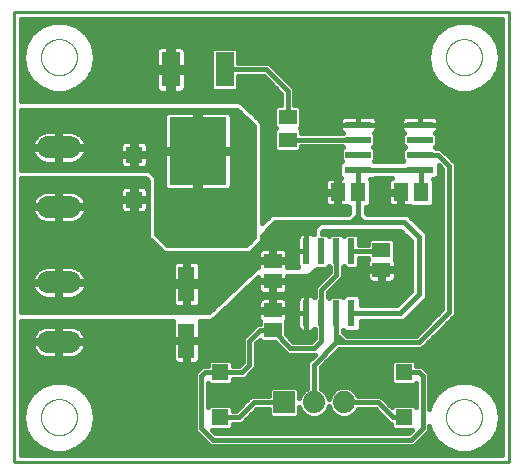
<source format=gtl>
G75*
%MOIN*%
%OFA0B0*%
%FSLAX25Y25*%
%IPPOS*%
%LPD*%
%AMOC8*
5,1,8,0,0,1.08239X$1,22.5*
%
%ADD10C,0.01000*%
%ADD11C,0.07280*%
%ADD12R,0.05512X0.11811*%
%ADD13R,0.05512X0.05512*%
%ADD14R,0.06299X0.11811*%
%ADD15R,0.19000X0.22500*%
%ADD16R,0.06299X0.05118*%
%ADD17C,0.00000*%
%ADD18R,0.02400X0.08700*%
%ADD19R,0.07400X0.07400*%
%ADD20C,0.07400*%
%ADD21R,0.05906X0.05118*%
%ADD22R,0.08661X0.02362*%
%ADD23R,0.05118X0.05906*%
%ADD24C,0.02400*%
%ADD25C,0.01600*%
%ADD26C,0.00600*%
%ADD27C,0.03378*%
D10*
X0038933Y0017271D02*
X0038933Y0167232D01*
X0203884Y0167232D01*
X0203884Y0017271D01*
X0038933Y0017271D01*
D11*
X0050293Y0057371D02*
X0057573Y0057371D01*
X0057573Y0077171D02*
X0050293Y0077171D01*
X0050293Y0102371D02*
X0057573Y0102371D01*
X0057573Y0122171D02*
X0050293Y0122171D01*
D12*
X0096433Y0076720D03*
X0096433Y0057823D03*
D13*
X0107683Y0047252D03*
X0107683Y0032291D03*
X0168933Y0032291D03*
X0168933Y0047252D03*
X0078933Y0104791D03*
X0078933Y0119752D03*
D14*
X0091207Y0148177D03*
X0109159Y0148177D03*
D15*
X0100183Y0121019D03*
D16*
X0130183Y0124781D03*
X0130183Y0132262D03*
D17*
X0182933Y0152271D02*
X0182935Y0152425D01*
X0182941Y0152580D01*
X0182951Y0152734D01*
X0182965Y0152888D01*
X0182983Y0153041D01*
X0183004Y0153194D01*
X0183030Y0153347D01*
X0183060Y0153498D01*
X0183093Y0153649D01*
X0183131Y0153799D01*
X0183172Y0153948D01*
X0183217Y0154096D01*
X0183266Y0154242D01*
X0183319Y0154388D01*
X0183375Y0154531D01*
X0183435Y0154674D01*
X0183499Y0154814D01*
X0183566Y0154954D01*
X0183637Y0155091D01*
X0183711Y0155226D01*
X0183789Y0155360D01*
X0183870Y0155491D01*
X0183955Y0155620D01*
X0184043Y0155748D01*
X0184134Y0155872D01*
X0184228Y0155995D01*
X0184326Y0156115D01*
X0184426Y0156232D01*
X0184530Y0156347D01*
X0184636Y0156459D01*
X0184745Y0156568D01*
X0184857Y0156674D01*
X0184972Y0156778D01*
X0185089Y0156878D01*
X0185209Y0156976D01*
X0185332Y0157070D01*
X0185456Y0157161D01*
X0185584Y0157249D01*
X0185713Y0157334D01*
X0185844Y0157415D01*
X0185978Y0157493D01*
X0186113Y0157567D01*
X0186250Y0157638D01*
X0186390Y0157705D01*
X0186530Y0157769D01*
X0186673Y0157829D01*
X0186816Y0157885D01*
X0186962Y0157938D01*
X0187108Y0157987D01*
X0187256Y0158032D01*
X0187405Y0158073D01*
X0187555Y0158111D01*
X0187706Y0158144D01*
X0187857Y0158174D01*
X0188010Y0158200D01*
X0188163Y0158221D01*
X0188316Y0158239D01*
X0188470Y0158253D01*
X0188624Y0158263D01*
X0188779Y0158269D01*
X0188933Y0158271D01*
X0189087Y0158269D01*
X0189242Y0158263D01*
X0189396Y0158253D01*
X0189550Y0158239D01*
X0189703Y0158221D01*
X0189856Y0158200D01*
X0190009Y0158174D01*
X0190160Y0158144D01*
X0190311Y0158111D01*
X0190461Y0158073D01*
X0190610Y0158032D01*
X0190758Y0157987D01*
X0190904Y0157938D01*
X0191050Y0157885D01*
X0191193Y0157829D01*
X0191336Y0157769D01*
X0191476Y0157705D01*
X0191616Y0157638D01*
X0191753Y0157567D01*
X0191888Y0157493D01*
X0192022Y0157415D01*
X0192153Y0157334D01*
X0192282Y0157249D01*
X0192410Y0157161D01*
X0192534Y0157070D01*
X0192657Y0156976D01*
X0192777Y0156878D01*
X0192894Y0156778D01*
X0193009Y0156674D01*
X0193121Y0156568D01*
X0193230Y0156459D01*
X0193336Y0156347D01*
X0193440Y0156232D01*
X0193540Y0156115D01*
X0193638Y0155995D01*
X0193732Y0155872D01*
X0193823Y0155748D01*
X0193911Y0155620D01*
X0193996Y0155491D01*
X0194077Y0155360D01*
X0194155Y0155226D01*
X0194229Y0155091D01*
X0194300Y0154954D01*
X0194367Y0154814D01*
X0194431Y0154674D01*
X0194491Y0154531D01*
X0194547Y0154388D01*
X0194600Y0154242D01*
X0194649Y0154096D01*
X0194694Y0153948D01*
X0194735Y0153799D01*
X0194773Y0153649D01*
X0194806Y0153498D01*
X0194836Y0153347D01*
X0194862Y0153194D01*
X0194883Y0153041D01*
X0194901Y0152888D01*
X0194915Y0152734D01*
X0194925Y0152580D01*
X0194931Y0152425D01*
X0194933Y0152271D01*
X0194931Y0152117D01*
X0194925Y0151962D01*
X0194915Y0151808D01*
X0194901Y0151654D01*
X0194883Y0151501D01*
X0194862Y0151348D01*
X0194836Y0151195D01*
X0194806Y0151044D01*
X0194773Y0150893D01*
X0194735Y0150743D01*
X0194694Y0150594D01*
X0194649Y0150446D01*
X0194600Y0150300D01*
X0194547Y0150154D01*
X0194491Y0150011D01*
X0194431Y0149868D01*
X0194367Y0149728D01*
X0194300Y0149588D01*
X0194229Y0149451D01*
X0194155Y0149316D01*
X0194077Y0149182D01*
X0193996Y0149051D01*
X0193911Y0148922D01*
X0193823Y0148794D01*
X0193732Y0148670D01*
X0193638Y0148547D01*
X0193540Y0148427D01*
X0193440Y0148310D01*
X0193336Y0148195D01*
X0193230Y0148083D01*
X0193121Y0147974D01*
X0193009Y0147868D01*
X0192894Y0147764D01*
X0192777Y0147664D01*
X0192657Y0147566D01*
X0192534Y0147472D01*
X0192410Y0147381D01*
X0192282Y0147293D01*
X0192153Y0147208D01*
X0192022Y0147127D01*
X0191888Y0147049D01*
X0191753Y0146975D01*
X0191616Y0146904D01*
X0191476Y0146837D01*
X0191336Y0146773D01*
X0191193Y0146713D01*
X0191050Y0146657D01*
X0190904Y0146604D01*
X0190758Y0146555D01*
X0190610Y0146510D01*
X0190461Y0146469D01*
X0190311Y0146431D01*
X0190160Y0146398D01*
X0190009Y0146368D01*
X0189856Y0146342D01*
X0189703Y0146321D01*
X0189550Y0146303D01*
X0189396Y0146289D01*
X0189242Y0146279D01*
X0189087Y0146273D01*
X0188933Y0146271D01*
X0188779Y0146273D01*
X0188624Y0146279D01*
X0188470Y0146289D01*
X0188316Y0146303D01*
X0188163Y0146321D01*
X0188010Y0146342D01*
X0187857Y0146368D01*
X0187706Y0146398D01*
X0187555Y0146431D01*
X0187405Y0146469D01*
X0187256Y0146510D01*
X0187108Y0146555D01*
X0186962Y0146604D01*
X0186816Y0146657D01*
X0186673Y0146713D01*
X0186530Y0146773D01*
X0186390Y0146837D01*
X0186250Y0146904D01*
X0186113Y0146975D01*
X0185978Y0147049D01*
X0185844Y0147127D01*
X0185713Y0147208D01*
X0185584Y0147293D01*
X0185456Y0147381D01*
X0185332Y0147472D01*
X0185209Y0147566D01*
X0185089Y0147664D01*
X0184972Y0147764D01*
X0184857Y0147868D01*
X0184745Y0147974D01*
X0184636Y0148083D01*
X0184530Y0148195D01*
X0184426Y0148310D01*
X0184326Y0148427D01*
X0184228Y0148547D01*
X0184134Y0148670D01*
X0184043Y0148794D01*
X0183955Y0148922D01*
X0183870Y0149051D01*
X0183789Y0149182D01*
X0183711Y0149316D01*
X0183637Y0149451D01*
X0183566Y0149588D01*
X0183499Y0149728D01*
X0183435Y0149868D01*
X0183375Y0150011D01*
X0183319Y0150154D01*
X0183266Y0150300D01*
X0183217Y0150446D01*
X0183172Y0150594D01*
X0183131Y0150743D01*
X0183093Y0150893D01*
X0183060Y0151044D01*
X0183030Y0151195D01*
X0183004Y0151348D01*
X0182983Y0151501D01*
X0182965Y0151654D01*
X0182951Y0151808D01*
X0182941Y0151962D01*
X0182935Y0152117D01*
X0182933Y0152271D01*
X0047933Y0152271D02*
X0047935Y0152425D01*
X0047941Y0152580D01*
X0047951Y0152734D01*
X0047965Y0152888D01*
X0047983Y0153041D01*
X0048004Y0153194D01*
X0048030Y0153347D01*
X0048060Y0153498D01*
X0048093Y0153649D01*
X0048131Y0153799D01*
X0048172Y0153948D01*
X0048217Y0154096D01*
X0048266Y0154242D01*
X0048319Y0154388D01*
X0048375Y0154531D01*
X0048435Y0154674D01*
X0048499Y0154814D01*
X0048566Y0154954D01*
X0048637Y0155091D01*
X0048711Y0155226D01*
X0048789Y0155360D01*
X0048870Y0155491D01*
X0048955Y0155620D01*
X0049043Y0155748D01*
X0049134Y0155872D01*
X0049228Y0155995D01*
X0049326Y0156115D01*
X0049426Y0156232D01*
X0049530Y0156347D01*
X0049636Y0156459D01*
X0049745Y0156568D01*
X0049857Y0156674D01*
X0049972Y0156778D01*
X0050089Y0156878D01*
X0050209Y0156976D01*
X0050332Y0157070D01*
X0050456Y0157161D01*
X0050584Y0157249D01*
X0050713Y0157334D01*
X0050844Y0157415D01*
X0050978Y0157493D01*
X0051113Y0157567D01*
X0051250Y0157638D01*
X0051390Y0157705D01*
X0051530Y0157769D01*
X0051673Y0157829D01*
X0051816Y0157885D01*
X0051962Y0157938D01*
X0052108Y0157987D01*
X0052256Y0158032D01*
X0052405Y0158073D01*
X0052555Y0158111D01*
X0052706Y0158144D01*
X0052857Y0158174D01*
X0053010Y0158200D01*
X0053163Y0158221D01*
X0053316Y0158239D01*
X0053470Y0158253D01*
X0053624Y0158263D01*
X0053779Y0158269D01*
X0053933Y0158271D01*
X0054087Y0158269D01*
X0054242Y0158263D01*
X0054396Y0158253D01*
X0054550Y0158239D01*
X0054703Y0158221D01*
X0054856Y0158200D01*
X0055009Y0158174D01*
X0055160Y0158144D01*
X0055311Y0158111D01*
X0055461Y0158073D01*
X0055610Y0158032D01*
X0055758Y0157987D01*
X0055904Y0157938D01*
X0056050Y0157885D01*
X0056193Y0157829D01*
X0056336Y0157769D01*
X0056476Y0157705D01*
X0056616Y0157638D01*
X0056753Y0157567D01*
X0056888Y0157493D01*
X0057022Y0157415D01*
X0057153Y0157334D01*
X0057282Y0157249D01*
X0057410Y0157161D01*
X0057534Y0157070D01*
X0057657Y0156976D01*
X0057777Y0156878D01*
X0057894Y0156778D01*
X0058009Y0156674D01*
X0058121Y0156568D01*
X0058230Y0156459D01*
X0058336Y0156347D01*
X0058440Y0156232D01*
X0058540Y0156115D01*
X0058638Y0155995D01*
X0058732Y0155872D01*
X0058823Y0155748D01*
X0058911Y0155620D01*
X0058996Y0155491D01*
X0059077Y0155360D01*
X0059155Y0155226D01*
X0059229Y0155091D01*
X0059300Y0154954D01*
X0059367Y0154814D01*
X0059431Y0154674D01*
X0059491Y0154531D01*
X0059547Y0154388D01*
X0059600Y0154242D01*
X0059649Y0154096D01*
X0059694Y0153948D01*
X0059735Y0153799D01*
X0059773Y0153649D01*
X0059806Y0153498D01*
X0059836Y0153347D01*
X0059862Y0153194D01*
X0059883Y0153041D01*
X0059901Y0152888D01*
X0059915Y0152734D01*
X0059925Y0152580D01*
X0059931Y0152425D01*
X0059933Y0152271D01*
X0059931Y0152117D01*
X0059925Y0151962D01*
X0059915Y0151808D01*
X0059901Y0151654D01*
X0059883Y0151501D01*
X0059862Y0151348D01*
X0059836Y0151195D01*
X0059806Y0151044D01*
X0059773Y0150893D01*
X0059735Y0150743D01*
X0059694Y0150594D01*
X0059649Y0150446D01*
X0059600Y0150300D01*
X0059547Y0150154D01*
X0059491Y0150011D01*
X0059431Y0149868D01*
X0059367Y0149728D01*
X0059300Y0149588D01*
X0059229Y0149451D01*
X0059155Y0149316D01*
X0059077Y0149182D01*
X0058996Y0149051D01*
X0058911Y0148922D01*
X0058823Y0148794D01*
X0058732Y0148670D01*
X0058638Y0148547D01*
X0058540Y0148427D01*
X0058440Y0148310D01*
X0058336Y0148195D01*
X0058230Y0148083D01*
X0058121Y0147974D01*
X0058009Y0147868D01*
X0057894Y0147764D01*
X0057777Y0147664D01*
X0057657Y0147566D01*
X0057534Y0147472D01*
X0057410Y0147381D01*
X0057282Y0147293D01*
X0057153Y0147208D01*
X0057022Y0147127D01*
X0056888Y0147049D01*
X0056753Y0146975D01*
X0056616Y0146904D01*
X0056476Y0146837D01*
X0056336Y0146773D01*
X0056193Y0146713D01*
X0056050Y0146657D01*
X0055904Y0146604D01*
X0055758Y0146555D01*
X0055610Y0146510D01*
X0055461Y0146469D01*
X0055311Y0146431D01*
X0055160Y0146398D01*
X0055009Y0146368D01*
X0054856Y0146342D01*
X0054703Y0146321D01*
X0054550Y0146303D01*
X0054396Y0146289D01*
X0054242Y0146279D01*
X0054087Y0146273D01*
X0053933Y0146271D01*
X0053779Y0146273D01*
X0053624Y0146279D01*
X0053470Y0146289D01*
X0053316Y0146303D01*
X0053163Y0146321D01*
X0053010Y0146342D01*
X0052857Y0146368D01*
X0052706Y0146398D01*
X0052555Y0146431D01*
X0052405Y0146469D01*
X0052256Y0146510D01*
X0052108Y0146555D01*
X0051962Y0146604D01*
X0051816Y0146657D01*
X0051673Y0146713D01*
X0051530Y0146773D01*
X0051390Y0146837D01*
X0051250Y0146904D01*
X0051113Y0146975D01*
X0050978Y0147049D01*
X0050844Y0147127D01*
X0050713Y0147208D01*
X0050584Y0147293D01*
X0050456Y0147381D01*
X0050332Y0147472D01*
X0050209Y0147566D01*
X0050089Y0147664D01*
X0049972Y0147764D01*
X0049857Y0147868D01*
X0049745Y0147974D01*
X0049636Y0148083D01*
X0049530Y0148195D01*
X0049426Y0148310D01*
X0049326Y0148427D01*
X0049228Y0148547D01*
X0049134Y0148670D01*
X0049043Y0148794D01*
X0048955Y0148922D01*
X0048870Y0149051D01*
X0048789Y0149182D01*
X0048711Y0149316D01*
X0048637Y0149451D01*
X0048566Y0149588D01*
X0048499Y0149728D01*
X0048435Y0149868D01*
X0048375Y0150011D01*
X0048319Y0150154D01*
X0048266Y0150300D01*
X0048217Y0150446D01*
X0048172Y0150594D01*
X0048131Y0150743D01*
X0048093Y0150893D01*
X0048060Y0151044D01*
X0048030Y0151195D01*
X0048004Y0151348D01*
X0047983Y0151501D01*
X0047965Y0151654D01*
X0047951Y0151808D01*
X0047941Y0151962D01*
X0047935Y0152117D01*
X0047933Y0152271D01*
X0047933Y0032271D02*
X0047935Y0032425D01*
X0047941Y0032580D01*
X0047951Y0032734D01*
X0047965Y0032888D01*
X0047983Y0033041D01*
X0048004Y0033194D01*
X0048030Y0033347D01*
X0048060Y0033498D01*
X0048093Y0033649D01*
X0048131Y0033799D01*
X0048172Y0033948D01*
X0048217Y0034096D01*
X0048266Y0034242D01*
X0048319Y0034388D01*
X0048375Y0034531D01*
X0048435Y0034674D01*
X0048499Y0034814D01*
X0048566Y0034954D01*
X0048637Y0035091D01*
X0048711Y0035226D01*
X0048789Y0035360D01*
X0048870Y0035491D01*
X0048955Y0035620D01*
X0049043Y0035748D01*
X0049134Y0035872D01*
X0049228Y0035995D01*
X0049326Y0036115D01*
X0049426Y0036232D01*
X0049530Y0036347D01*
X0049636Y0036459D01*
X0049745Y0036568D01*
X0049857Y0036674D01*
X0049972Y0036778D01*
X0050089Y0036878D01*
X0050209Y0036976D01*
X0050332Y0037070D01*
X0050456Y0037161D01*
X0050584Y0037249D01*
X0050713Y0037334D01*
X0050844Y0037415D01*
X0050978Y0037493D01*
X0051113Y0037567D01*
X0051250Y0037638D01*
X0051390Y0037705D01*
X0051530Y0037769D01*
X0051673Y0037829D01*
X0051816Y0037885D01*
X0051962Y0037938D01*
X0052108Y0037987D01*
X0052256Y0038032D01*
X0052405Y0038073D01*
X0052555Y0038111D01*
X0052706Y0038144D01*
X0052857Y0038174D01*
X0053010Y0038200D01*
X0053163Y0038221D01*
X0053316Y0038239D01*
X0053470Y0038253D01*
X0053624Y0038263D01*
X0053779Y0038269D01*
X0053933Y0038271D01*
X0054087Y0038269D01*
X0054242Y0038263D01*
X0054396Y0038253D01*
X0054550Y0038239D01*
X0054703Y0038221D01*
X0054856Y0038200D01*
X0055009Y0038174D01*
X0055160Y0038144D01*
X0055311Y0038111D01*
X0055461Y0038073D01*
X0055610Y0038032D01*
X0055758Y0037987D01*
X0055904Y0037938D01*
X0056050Y0037885D01*
X0056193Y0037829D01*
X0056336Y0037769D01*
X0056476Y0037705D01*
X0056616Y0037638D01*
X0056753Y0037567D01*
X0056888Y0037493D01*
X0057022Y0037415D01*
X0057153Y0037334D01*
X0057282Y0037249D01*
X0057410Y0037161D01*
X0057534Y0037070D01*
X0057657Y0036976D01*
X0057777Y0036878D01*
X0057894Y0036778D01*
X0058009Y0036674D01*
X0058121Y0036568D01*
X0058230Y0036459D01*
X0058336Y0036347D01*
X0058440Y0036232D01*
X0058540Y0036115D01*
X0058638Y0035995D01*
X0058732Y0035872D01*
X0058823Y0035748D01*
X0058911Y0035620D01*
X0058996Y0035491D01*
X0059077Y0035360D01*
X0059155Y0035226D01*
X0059229Y0035091D01*
X0059300Y0034954D01*
X0059367Y0034814D01*
X0059431Y0034674D01*
X0059491Y0034531D01*
X0059547Y0034388D01*
X0059600Y0034242D01*
X0059649Y0034096D01*
X0059694Y0033948D01*
X0059735Y0033799D01*
X0059773Y0033649D01*
X0059806Y0033498D01*
X0059836Y0033347D01*
X0059862Y0033194D01*
X0059883Y0033041D01*
X0059901Y0032888D01*
X0059915Y0032734D01*
X0059925Y0032580D01*
X0059931Y0032425D01*
X0059933Y0032271D01*
X0059931Y0032117D01*
X0059925Y0031962D01*
X0059915Y0031808D01*
X0059901Y0031654D01*
X0059883Y0031501D01*
X0059862Y0031348D01*
X0059836Y0031195D01*
X0059806Y0031044D01*
X0059773Y0030893D01*
X0059735Y0030743D01*
X0059694Y0030594D01*
X0059649Y0030446D01*
X0059600Y0030300D01*
X0059547Y0030154D01*
X0059491Y0030011D01*
X0059431Y0029868D01*
X0059367Y0029728D01*
X0059300Y0029588D01*
X0059229Y0029451D01*
X0059155Y0029316D01*
X0059077Y0029182D01*
X0058996Y0029051D01*
X0058911Y0028922D01*
X0058823Y0028794D01*
X0058732Y0028670D01*
X0058638Y0028547D01*
X0058540Y0028427D01*
X0058440Y0028310D01*
X0058336Y0028195D01*
X0058230Y0028083D01*
X0058121Y0027974D01*
X0058009Y0027868D01*
X0057894Y0027764D01*
X0057777Y0027664D01*
X0057657Y0027566D01*
X0057534Y0027472D01*
X0057410Y0027381D01*
X0057282Y0027293D01*
X0057153Y0027208D01*
X0057022Y0027127D01*
X0056888Y0027049D01*
X0056753Y0026975D01*
X0056616Y0026904D01*
X0056476Y0026837D01*
X0056336Y0026773D01*
X0056193Y0026713D01*
X0056050Y0026657D01*
X0055904Y0026604D01*
X0055758Y0026555D01*
X0055610Y0026510D01*
X0055461Y0026469D01*
X0055311Y0026431D01*
X0055160Y0026398D01*
X0055009Y0026368D01*
X0054856Y0026342D01*
X0054703Y0026321D01*
X0054550Y0026303D01*
X0054396Y0026289D01*
X0054242Y0026279D01*
X0054087Y0026273D01*
X0053933Y0026271D01*
X0053779Y0026273D01*
X0053624Y0026279D01*
X0053470Y0026289D01*
X0053316Y0026303D01*
X0053163Y0026321D01*
X0053010Y0026342D01*
X0052857Y0026368D01*
X0052706Y0026398D01*
X0052555Y0026431D01*
X0052405Y0026469D01*
X0052256Y0026510D01*
X0052108Y0026555D01*
X0051962Y0026604D01*
X0051816Y0026657D01*
X0051673Y0026713D01*
X0051530Y0026773D01*
X0051390Y0026837D01*
X0051250Y0026904D01*
X0051113Y0026975D01*
X0050978Y0027049D01*
X0050844Y0027127D01*
X0050713Y0027208D01*
X0050584Y0027293D01*
X0050456Y0027381D01*
X0050332Y0027472D01*
X0050209Y0027566D01*
X0050089Y0027664D01*
X0049972Y0027764D01*
X0049857Y0027868D01*
X0049745Y0027974D01*
X0049636Y0028083D01*
X0049530Y0028195D01*
X0049426Y0028310D01*
X0049326Y0028427D01*
X0049228Y0028547D01*
X0049134Y0028670D01*
X0049043Y0028794D01*
X0048955Y0028922D01*
X0048870Y0029051D01*
X0048789Y0029182D01*
X0048711Y0029316D01*
X0048637Y0029451D01*
X0048566Y0029588D01*
X0048499Y0029728D01*
X0048435Y0029868D01*
X0048375Y0030011D01*
X0048319Y0030154D01*
X0048266Y0030300D01*
X0048217Y0030446D01*
X0048172Y0030594D01*
X0048131Y0030743D01*
X0048093Y0030893D01*
X0048060Y0031044D01*
X0048030Y0031195D01*
X0048004Y0031348D01*
X0047983Y0031501D01*
X0047965Y0031654D01*
X0047951Y0031808D01*
X0047941Y0031962D01*
X0047935Y0032117D01*
X0047933Y0032271D01*
X0182933Y0032271D02*
X0182935Y0032425D01*
X0182941Y0032580D01*
X0182951Y0032734D01*
X0182965Y0032888D01*
X0182983Y0033041D01*
X0183004Y0033194D01*
X0183030Y0033347D01*
X0183060Y0033498D01*
X0183093Y0033649D01*
X0183131Y0033799D01*
X0183172Y0033948D01*
X0183217Y0034096D01*
X0183266Y0034242D01*
X0183319Y0034388D01*
X0183375Y0034531D01*
X0183435Y0034674D01*
X0183499Y0034814D01*
X0183566Y0034954D01*
X0183637Y0035091D01*
X0183711Y0035226D01*
X0183789Y0035360D01*
X0183870Y0035491D01*
X0183955Y0035620D01*
X0184043Y0035748D01*
X0184134Y0035872D01*
X0184228Y0035995D01*
X0184326Y0036115D01*
X0184426Y0036232D01*
X0184530Y0036347D01*
X0184636Y0036459D01*
X0184745Y0036568D01*
X0184857Y0036674D01*
X0184972Y0036778D01*
X0185089Y0036878D01*
X0185209Y0036976D01*
X0185332Y0037070D01*
X0185456Y0037161D01*
X0185584Y0037249D01*
X0185713Y0037334D01*
X0185844Y0037415D01*
X0185978Y0037493D01*
X0186113Y0037567D01*
X0186250Y0037638D01*
X0186390Y0037705D01*
X0186530Y0037769D01*
X0186673Y0037829D01*
X0186816Y0037885D01*
X0186962Y0037938D01*
X0187108Y0037987D01*
X0187256Y0038032D01*
X0187405Y0038073D01*
X0187555Y0038111D01*
X0187706Y0038144D01*
X0187857Y0038174D01*
X0188010Y0038200D01*
X0188163Y0038221D01*
X0188316Y0038239D01*
X0188470Y0038253D01*
X0188624Y0038263D01*
X0188779Y0038269D01*
X0188933Y0038271D01*
X0189087Y0038269D01*
X0189242Y0038263D01*
X0189396Y0038253D01*
X0189550Y0038239D01*
X0189703Y0038221D01*
X0189856Y0038200D01*
X0190009Y0038174D01*
X0190160Y0038144D01*
X0190311Y0038111D01*
X0190461Y0038073D01*
X0190610Y0038032D01*
X0190758Y0037987D01*
X0190904Y0037938D01*
X0191050Y0037885D01*
X0191193Y0037829D01*
X0191336Y0037769D01*
X0191476Y0037705D01*
X0191616Y0037638D01*
X0191753Y0037567D01*
X0191888Y0037493D01*
X0192022Y0037415D01*
X0192153Y0037334D01*
X0192282Y0037249D01*
X0192410Y0037161D01*
X0192534Y0037070D01*
X0192657Y0036976D01*
X0192777Y0036878D01*
X0192894Y0036778D01*
X0193009Y0036674D01*
X0193121Y0036568D01*
X0193230Y0036459D01*
X0193336Y0036347D01*
X0193440Y0036232D01*
X0193540Y0036115D01*
X0193638Y0035995D01*
X0193732Y0035872D01*
X0193823Y0035748D01*
X0193911Y0035620D01*
X0193996Y0035491D01*
X0194077Y0035360D01*
X0194155Y0035226D01*
X0194229Y0035091D01*
X0194300Y0034954D01*
X0194367Y0034814D01*
X0194431Y0034674D01*
X0194491Y0034531D01*
X0194547Y0034388D01*
X0194600Y0034242D01*
X0194649Y0034096D01*
X0194694Y0033948D01*
X0194735Y0033799D01*
X0194773Y0033649D01*
X0194806Y0033498D01*
X0194836Y0033347D01*
X0194862Y0033194D01*
X0194883Y0033041D01*
X0194901Y0032888D01*
X0194915Y0032734D01*
X0194925Y0032580D01*
X0194931Y0032425D01*
X0194933Y0032271D01*
X0194931Y0032117D01*
X0194925Y0031962D01*
X0194915Y0031808D01*
X0194901Y0031654D01*
X0194883Y0031501D01*
X0194862Y0031348D01*
X0194836Y0031195D01*
X0194806Y0031044D01*
X0194773Y0030893D01*
X0194735Y0030743D01*
X0194694Y0030594D01*
X0194649Y0030446D01*
X0194600Y0030300D01*
X0194547Y0030154D01*
X0194491Y0030011D01*
X0194431Y0029868D01*
X0194367Y0029728D01*
X0194300Y0029588D01*
X0194229Y0029451D01*
X0194155Y0029316D01*
X0194077Y0029182D01*
X0193996Y0029051D01*
X0193911Y0028922D01*
X0193823Y0028794D01*
X0193732Y0028670D01*
X0193638Y0028547D01*
X0193540Y0028427D01*
X0193440Y0028310D01*
X0193336Y0028195D01*
X0193230Y0028083D01*
X0193121Y0027974D01*
X0193009Y0027868D01*
X0192894Y0027764D01*
X0192777Y0027664D01*
X0192657Y0027566D01*
X0192534Y0027472D01*
X0192410Y0027381D01*
X0192282Y0027293D01*
X0192153Y0027208D01*
X0192022Y0027127D01*
X0191888Y0027049D01*
X0191753Y0026975D01*
X0191616Y0026904D01*
X0191476Y0026837D01*
X0191336Y0026773D01*
X0191193Y0026713D01*
X0191050Y0026657D01*
X0190904Y0026604D01*
X0190758Y0026555D01*
X0190610Y0026510D01*
X0190461Y0026469D01*
X0190311Y0026431D01*
X0190160Y0026398D01*
X0190009Y0026368D01*
X0189856Y0026342D01*
X0189703Y0026321D01*
X0189550Y0026303D01*
X0189396Y0026289D01*
X0189242Y0026279D01*
X0189087Y0026273D01*
X0188933Y0026271D01*
X0188779Y0026273D01*
X0188624Y0026279D01*
X0188470Y0026289D01*
X0188316Y0026303D01*
X0188163Y0026321D01*
X0188010Y0026342D01*
X0187857Y0026368D01*
X0187706Y0026398D01*
X0187555Y0026431D01*
X0187405Y0026469D01*
X0187256Y0026510D01*
X0187108Y0026555D01*
X0186962Y0026604D01*
X0186816Y0026657D01*
X0186673Y0026713D01*
X0186530Y0026773D01*
X0186390Y0026837D01*
X0186250Y0026904D01*
X0186113Y0026975D01*
X0185978Y0027049D01*
X0185844Y0027127D01*
X0185713Y0027208D01*
X0185584Y0027293D01*
X0185456Y0027381D01*
X0185332Y0027472D01*
X0185209Y0027566D01*
X0185089Y0027664D01*
X0184972Y0027764D01*
X0184857Y0027868D01*
X0184745Y0027974D01*
X0184636Y0028083D01*
X0184530Y0028195D01*
X0184426Y0028310D01*
X0184326Y0028427D01*
X0184228Y0028547D01*
X0184134Y0028670D01*
X0184043Y0028794D01*
X0183955Y0028922D01*
X0183870Y0029051D01*
X0183789Y0029182D01*
X0183711Y0029316D01*
X0183637Y0029451D01*
X0183566Y0029588D01*
X0183499Y0029728D01*
X0183435Y0029868D01*
X0183375Y0030011D01*
X0183319Y0030154D01*
X0183266Y0030300D01*
X0183217Y0030446D01*
X0183172Y0030594D01*
X0183131Y0030743D01*
X0183093Y0030893D01*
X0183060Y0031044D01*
X0183030Y0031195D01*
X0183004Y0031348D01*
X0182983Y0031501D01*
X0182965Y0031654D01*
X0182951Y0031808D01*
X0182941Y0031962D01*
X0182935Y0032117D01*
X0182933Y0032271D01*
D18*
X0151433Y0066971D03*
X0146433Y0066971D03*
X0141433Y0066971D03*
X0136433Y0066971D03*
X0136433Y0087571D03*
X0141433Y0087571D03*
X0146433Y0087571D03*
X0151433Y0087571D03*
D19*
X0128933Y0037212D03*
D20*
X0138933Y0037212D03*
X0148933Y0037212D03*
D21*
X0125183Y0061175D03*
X0125183Y0067868D03*
X0125183Y0077675D03*
X0125183Y0084368D03*
X0161433Y0081425D03*
X0161433Y0088118D03*
D22*
X0153697Y0114771D03*
X0153697Y0119771D03*
X0153697Y0124771D03*
X0153697Y0129771D03*
X0174169Y0129771D03*
X0174169Y0124771D03*
X0174169Y0119771D03*
X0174169Y0114771D03*
D23*
X0174530Y0107271D03*
X0167837Y0107271D03*
X0153530Y0107271D03*
X0146837Y0107271D03*
D24*
X0103482Y0077171D02*
X0096433Y0076720D01*
X0103482Y0077171D02*
X0053933Y0077171D01*
D25*
X0053433Y0076671D02*
X0054433Y0076671D01*
X0054433Y0071731D01*
X0058001Y0071731D01*
X0058847Y0071865D01*
X0059661Y0072130D01*
X0060424Y0072519D01*
X0061117Y0073022D01*
X0061722Y0073627D01*
X0062226Y0074320D01*
X0062615Y0075083D01*
X0062879Y0075897D01*
X0063002Y0076671D01*
X0054433Y0076671D01*
X0054433Y0077671D01*
X0063002Y0077671D01*
X0062879Y0078445D01*
X0062615Y0079260D01*
X0062226Y0080023D01*
X0061722Y0080715D01*
X0061117Y0081321D01*
X0060424Y0081824D01*
X0059661Y0082213D01*
X0058847Y0082477D01*
X0058001Y0082611D01*
X0054433Y0082611D01*
X0054433Y0077671D01*
X0053433Y0077671D01*
X0053433Y0076671D01*
X0053433Y0071731D01*
X0049865Y0071731D01*
X0049019Y0071865D01*
X0048205Y0072130D01*
X0047442Y0072519D01*
X0046749Y0073022D01*
X0046144Y0073627D01*
X0045640Y0074320D01*
X0045252Y0075083D01*
X0044987Y0075897D01*
X0044864Y0076671D01*
X0053433Y0076671D01*
X0053433Y0076416D02*
X0054433Y0076416D01*
X0054433Y0074818D02*
X0053433Y0074818D01*
X0053433Y0073219D02*
X0054433Y0073219D01*
X0053433Y0077671D02*
X0044864Y0077671D01*
X0044987Y0078445D01*
X0045252Y0079260D01*
X0045640Y0080023D01*
X0046144Y0080715D01*
X0046749Y0081321D01*
X0047442Y0081824D01*
X0048205Y0082213D01*
X0049019Y0082477D01*
X0049865Y0082611D01*
X0053433Y0082611D01*
X0053433Y0077671D01*
X0053433Y0078015D02*
X0054433Y0078015D01*
X0054433Y0079613D02*
X0053433Y0079613D01*
X0053433Y0081212D02*
X0054433Y0081212D01*
X0046640Y0081212D02*
X0041233Y0081212D01*
X0041233Y0082810D02*
X0091877Y0082810D01*
X0091877Y0082863D02*
X0091877Y0077298D01*
X0095855Y0077298D01*
X0095855Y0076142D01*
X0097011Y0076142D01*
X0097011Y0069015D01*
X0099426Y0069015D01*
X0099884Y0069137D01*
X0100294Y0069374D01*
X0100629Y0069709D01*
X0100866Y0070120D01*
X0100989Y0070578D01*
X0100989Y0076142D01*
X0097011Y0076142D01*
X0097011Y0077298D01*
X0100989Y0077298D01*
X0100989Y0082863D01*
X0100866Y0083320D01*
X0100629Y0083731D01*
X0100294Y0084066D01*
X0099884Y0084303D01*
X0099426Y0084426D01*
X0097011Y0084426D01*
X0097011Y0077298D01*
X0095855Y0077298D01*
X0095855Y0084426D01*
X0093440Y0084426D01*
X0092982Y0084303D01*
X0092572Y0084066D01*
X0092237Y0083731D01*
X0092000Y0083320D01*
X0091877Y0082863D01*
X0091877Y0081212D02*
X0061226Y0081212D01*
X0062434Y0079613D02*
X0091877Y0079613D01*
X0091877Y0078015D02*
X0062947Y0078015D01*
X0062961Y0076416D02*
X0095855Y0076416D01*
X0095855Y0076142D02*
X0091877Y0076142D01*
X0091877Y0070578D01*
X0092000Y0070120D01*
X0092237Y0069709D01*
X0092572Y0069374D01*
X0092982Y0069137D01*
X0093440Y0069015D01*
X0095855Y0069015D01*
X0095855Y0076142D01*
X0097011Y0076416D02*
X0113709Y0076416D01*
X0112000Y0074818D02*
X0100989Y0074818D01*
X0100989Y0073219D02*
X0110292Y0073219D01*
X0108583Y0071621D02*
X0100989Y0071621D01*
X0100810Y0070022D02*
X0106874Y0070022D01*
X0105165Y0068424D02*
X0041233Y0068424D01*
X0041233Y0067271D02*
X0041233Y0111971D01*
X0082773Y0111971D01*
X0083633Y0111112D01*
X0083633Y0092750D01*
X0084059Y0091721D01*
X0084847Y0090933D01*
X0087595Y0088185D01*
X0088383Y0087398D01*
X0089412Y0086971D01*
X0116990Y0086971D01*
X0118019Y0087398D01*
X0118807Y0088185D01*
X0121307Y0090685D01*
X0121733Y0091714D01*
X0121733Y0092811D01*
X0124969Y0096321D01*
X0138183Y0096321D01*
X0137683Y0096271D01*
X0138933Y0096171D01*
X0138933Y0093450D01*
X0138792Y0093308D01*
X0138738Y0093362D01*
X0138328Y0093599D01*
X0137870Y0093721D01*
X0136433Y0093721D01*
X0134996Y0093721D01*
X0134538Y0093599D01*
X0134128Y0093362D01*
X0133793Y0093027D01*
X0133556Y0092616D01*
X0133433Y0092158D01*
X0133433Y0087571D01*
X0133433Y0082984D01*
X0133556Y0082527D01*
X0133703Y0082271D01*
X0129936Y0082271D01*
X0129936Y0083888D01*
X0125663Y0083888D01*
X0125663Y0084847D01*
X0129936Y0084847D01*
X0129936Y0087164D01*
X0129813Y0087622D01*
X0129576Y0088032D01*
X0129241Y0088367D01*
X0128831Y0088604D01*
X0128373Y0088727D01*
X0125663Y0088727D01*
X0125663Y0084847D01*
X0124704Y0084847D01*
X0124704Y0088727D01*
X0121993Y0088727D01*
X0121536Y0088604D01*
X0121125Y0088367D01*
X0120790Y0088032D01*
X0120553Y0087622D01*
X0120430Y0087164D01*
X0120430Y0084847D01*
X0124703Y0084847D01*
X0124703Y0083888D01*
X0120430Y0083888D01*
X0120430Y0082271D01*
X0119969Y0082271D01*
X0103933Y0067271D01*
X0041233Y0067271D01*
X0041233Y0070022D02*
X0092056Y0070022D01*
X0091877Y0071621D02*
X0041233Y0071621D01*
X0041233Y0073219D02*
X0046552Y0073219D01*
X0045387Y0074818D02*
X0041233Y0074818D01*
X0041233Y0076416D02*
X0044905Y0076416D01*
X0044919Y0078015D02*
X0041233Y0078015D01*
X0041233Y0079613D02*
X0045432Y0079613D01*
X0041233Y0084409D02*
X0093377Y0084409D01*
X0095855Y0084409D02*
X0097011Y0084409D01*
X0097011Y0082810D02*
X0095855Y0082810D01*
X0095855Y0081212D02*
X0097011Y0081212D01*
X0097011Y0079613D02*
X0095855Y0079613D01*
X0095855Y0078015D02*
X0097011Y0078015D01*
X0100989Y0078015D02*
X0115418Y0078015D01*
X0117127Y0079613D02*
X0100989Y0079613D01*
X0100989Y0081212D02*
X0118836Y0081212D01*
X0120430Y0082810D02*
X0100989Y0082810D01*
X0099489Y0084409D02*
X0124703Y0084409D01*
X0125663Y0084409D02*
X0133433Y0084409D01*
X0133433Y0086007D02*
X0129936Y0086007D01*
X0129817Y0087606D02*
X0133433Y0087606D01*
X0133433Y0087571D02*
X0136433Y0087571D01*
X0133433Y0087571D01*
X0133433Y0089204D02*
X0119826Y0089204D01*
X0120549Y0087606D02*
X0118227Y0087606D01*
X0120430Y0086007D02*
X0041233Y0086007D01*
X0041233Y0087606D02*
X0088174Y0087606D01*
X0087595Y0088185D02*
X0087595Y0088185D01*
X0086576Y0089204D02*
X0041233Y0089204D01*
X0041233Y0090803D02*
X0084977Y0090803D01*
X0084847Y0090933D02*
X0084847Y0090933D01*
X0083777Y0092401D02*
X0041233Y0092401D01*
X0041233Y0094000D02*
X0083633Y0094000D01*
X0083633Y0095598D02*
X0041233Y0095598D01*
X0041233Y0097197D02*
X0048614Y0097197D01*
X0049019Y0097065D02*
X0049865Y0096931D01*
X0053433Y0096931D01*
X0053433Y0101871D01*
X0054433Y0101871D01*
X0054433Y0096931D01*
X0058001Y0096931D01*
X0058847Y0097065D01*
X0059661Y0097330D01*
X0060424Y0097719D01*
X0061117Y0098222D01*
X0061722Y0098827D01*
X0062226Y0099520D01*
X0062615Y0100283D01*
X0062879Y0101097D01*
X0063002Y0101871D01*
X0054433Y0101871D01*
X0054433Y0102871D01*
X0063002Y0102871D01*
X0062879Y0103645D01*
X0062615Y0104460D01*
X0062226Y0105223D01*
X0061722Y0105915D01*
X0061117Y0106521D01*
X0060424Y0107024D01*
X0059661Y0107413D01*
X0058847Y0107677D01*
X0058001Y0107811D01*
X0054433Y0107811D01*
X0054433Y0102871D01*
X0053433Y0102871D01*
X0053433Y0101871D01*
X0044864Y0101871D01*
X0044987Y0101097D01*
X0045252Y0100283D01*
X0045640Y0099520D01*
X0046144Y0098827D01*
X0046749Y0098222D01*
X0047442Y0097719D01*
X0048205Y0097330D01*
X0049019Y0097065D01*
X0046176Y0098795D02*
X0041233Y0098795D01*
X0041233Y0100394D02*
X0045216Y0100394D01*
X0044864Y0102871D02*
X0053433Y0102871D01*
X0053433Y0107811D01*
X0049865Y0107811D01*
X0049019Y0107677D01*
X0048205Y0107413D01*
X0047442Y0107024D01*
X0046749Y0106521D01*
X0046144Y0105915D01*
X0045640Y0105223D01*
X0045252Y0104460D01*
X0044987Y0103645D01*
X0044864Y0102871D01*
X0044978Y0103591D02*
X0041233Y0103591D01*
X0041233Y0105189D02*
X0045624Y0105189D01*
X0047117Y0106788D02*
X0041233Y0106788D01*
X0041233Y0108387D02*
X0074583Y0108387D01*
X0074500Y0108242D02*
X0074377Y0107784D01*
X0074377Y0105369D01*
X0078355Y0105369D01*
X0078355Y0104213D01*
X0074377Y0104213D01*
X0074377Y0101798D01*
X0074500Y0101340D01*
X0074737Y0100930D01*
X0075072Y0100595D01*
X0075482Y0100358D01*
X0075940Y0100235D01*
X0078355Y0100235D01*
X0078355Y0104213D01*
X0079511Y0104213D01*
X0079511Y0100235D01*
X0081926Y0100235D01*
X0082384Y0100358D01*
X0082794Y0100595D01*
X0083129Y0100930D01*
X0083366Y0101340D01*
X0083489Y0101798D01*
X0083489Y0104213D01*
X0079511Y0104213D01*
X0079511Y0105369D01*
X0078355Y0105369D01*
X0078355Y0109347D01*
X0075940Y0109347D01*
X0075482Y0109224D01*
X0075072Y0108987D01*
X0074737Y0108652D01*
X0074500Y0108242D01*
X0074377Y0106788D02*
X0060749Y0106788D01*
X0062243Y0105189D02*
X0078355Y0105189D01*
X0079511Y0105189D02*
X0083633Y0105189D01*
X0083489Y0105369D02*
X0083489Y0107784D01*
X0083366Y0108242D01*
X0083129Y0108652D01*
X0082794Y0108987D01*
X0082384Y0109224D01*
X0081926Y0109347D01*
X0079511Y0109347D01*
X0079511Y0105369D01*
X0083489Y0105369D01*
X0083489Y0106788D02*
X0083633Y0106788D01*
X0083633Y0108387D02*
X0083283Y0108387D01*
X0083633Y0109985D02*
X0041233Y0109985D01*
X0041233Y0111584D02*
X0083161Y0111584D01*
X0085522Y0113182D02*
X0088883Y0113182D01*
X0088883Y0111584D02*
X0086433Y0111584D01*
X0086433Y0112271D02*
X0083933Y0114771D01*
X0041233Y0114771D01*
X0041233Y0134771D01*
X0113343Y0134771D01*
X0118933Y0129181D01*
X0118933Y0092271D01*
X0116433Y0089771D01*
X0089969Y0089771D01*
X0086433Y0093307D01*
X0086433Y0112271D01*
X0086433Y0109985D02*
X0088883Y0109985D01*
X0088883Y0109532D02*
X0089006Y0109075D01*
X0089243Y0108664D01*
X0089578Y0108329D01*
X0089988Y0108092D01*
X0090446Y0107969D01*
X0099383Y0107969D01*
X0099383Y0120219D01*
X0100983Y0120219D01*
X0100983Y0107969D01*
X0109920Y0107969D01*
X0110378Y0108092D01*
X0110788Y0108329D01*
X0111123Y0108664D01*
X0111360Y0109075D01*
X0111483Y0109532D01*
X0111483Y0120219D01*
X0100983Y0120219D01*
X0100983Y0121819D01*
X0111483Y0121819D01*
X0111483Y0132506D01*
X0111360Y0132964D01*
X0111123Y0133375D01*
X0110788Y0133710D01*
X0110378Y0133947D01*
X0109920Y0134069D01*
X0100983Y0134069D01*
X0100983Y0121819D01*
X0099383Y0121819D01*
X0099383Y0120219D01*
X0088883Y0120219D01*
X0088883Y0109532D01*
X0089520Y0108387D02*
X0086433Y0108387D01*
X0086433Y0106788D02*
X0118933Y0106788D01*
X0118933Y0108387D02*
X0110846Y0108387D01*
X0111483Y0109985D02*
X0118933Y0109985D01*
X0118933Y0111584D02*
X0111483Y0111584D01*
X0111483Y0113182D02*
X0118933Y0113182D01*
X0118933Y0114781D02*
X0111483Y0114781D01*
X0111483Y0116379D02*
X0118933Y0116379D01*
X0118933Y0117978D02*
X0111483Y0117978D01*
X0111483Y0119576D02*
X0118933Y0119576D01*
X0118933Y0121175D02*
X0100983Y0121175D01*
X0100983Y0122773D02*
X0099383Y0122773D01*
X0099383Y0121819D02*
X0099383Y0134069D01*
X0090446Y0134069D01*
X0089988Y0133947D01*
X0089578Y0133710D01*
X0089243Y0133375D01*
X0089006Y0132964D01*
X0088883Y0132506D01*
X0088883Y0121819D01*
X0099383Y0121819D01*
X0099383Y0121175D02*
X0083489Y0121175D01*
X0083489Y0120330D02*
X0083489Y0122745D01*
X0083366Y0123202D01*
X0083129Y0123613D01*
X0082794Y0123948D01*
X0082384Y0124185D01*
X0081926Y0124308D01*
X0079511Y0124308D01*
X0079511Y0120330D01*
X0078355Y0120330D01*
X0078355Y0124308D01*
X0075940Y0124308D01*
X0075482Y0124185D01*
X0075072Y0123948D01*
X0074737Y0123613D01*
X0074500Y0123202D01*
X0074377Y0122745D01*
X0074377Y0120330D01*
X0078355Y0120330D01*
X0078355Y0119174D01*
X0074377Y0119174D01*
X0074377Y0116759D01*
X0074500Y0116301D01*
X0074737Y0115891D01*
X0075072Y0115555D01*
X0075482Y0115318D01*
X0075940Y0115196D01*
X0078355Y0115196D01*
X0078355Y0119174D01*
X0079511Y0119174D01*
X0079511Y0120330D01*
X0083489Y0120330D01*
X0083489Y0119174D02*
X0079511Y0119174D01*
X0079511Y0115196D01*
X0081926Y0115196D01*
X0082384Y0115318D01*
X0082794Y0115555D01*
X0083129Y0115891D01*
X0083366Y0116301D01*
X0083489Y0116759D01*
X0083489Y0119174D01*
X0083489Y0117978D02*
X0088883Y0117978D01*
X0088883Y0119576D02*
X0079511Y0119576D01*
X0078355Y0119576D02*
X0062356Y0119576D01*
X0062226Y0119320D02*
X0062615Y0120083D01*
X0062879Y0120897D01*
X0063002Y0121671D01*
X0054433Y0121671D01*
X0054433Y0116731D01*
X0058001Y0116731D01*
X0058847Y0116865D01*
X0059661Y0117130D01*
X0060424Y0117519D01*
X0061117Y0118022D01*
X0061722Y0118627D01*
X0062226Y0119320D01*
X0061056Y0117978D02*
X0074377Y0117978D01*
X0074479Y0116379D02*
X0041233Y0116379D01*
X0041233Y0114781D02*
X0088883Y0114781D01*
X0088883Y0116379D02*
X0083387Y0116379D01*
X0079511Y0116379D02*
X0078355Y0116379D01*
X0078355Y0117978D02*
X0079511Y0117978D01*
X0079511Y0121175D02*
X0078355Y0121175D01*
X0078355Y0122773D02*
X0079511Y0122773D01*
X0083481Y0122773D02*
X0088883Y0122773D01*
X0088883Y0124372D02*
X0062557Y0124372D01*
X0062615Y0124260D02*
X0062226Y0125023D01*
X0061722Y0125715D01*
X0061117Y0126321D01*
X0060424Y0126824D01*
X0059661Y0127213D01*
X0058847Y0127477D01*
X0058001Y0127611D01*
X0054433Y0127611D01*
X0054433Y0122671D01*
X0063002Y0122671D01*
X0062879Y0123445D01*
X0062615Y0124260D01*
X0062986Y0122773D02*
X0074385Y0122773D01*
X0074377Y0121175D02*
X0062923Y0121175D01*
X0061468Y0125970D02*
X0088883Y0125970D01*
X0088883Y0127569D02*
X0058271Y0127569D01*
X0054433Y0127569D02*
X0053433Y0127569D01*
X0053433Y0127611D02*
X0049865Y0127611D01*
X0049019Y0127477D01*
X0048205Y0127213D01*
X0047442Y0126824D01*
X0046749Y0126321D01*
X0046144Y0125715D01*
X0045640Y0125023D01*
X0045252Y0124260D01*
X0044987Y0123445D01*
X0044864Y0122671D01*
X0053433Y0122671D01*
X0053433Y0121671D01*
X0054433Y0121671D01*
X0054433Y0122671D01*
X0053433Y0122671D01*
X0053433Y0127611D01*
X0053433Y0125970D02*
X0054433Y0125970D01*
X0054433Y0124372D02*
X0053433Y0124372D01*
X0053433Y0122773D02*
X0054433Y0122773D01*
X0053433Y0121671D02*
X0053433Y0116731D01*
X0049865Y0116731D01*
X0049019Y0116865D01*
X0048205Y0117130D01*
X0047442Y0117519D01*
X0046749Y0118022D01*
X0046144Y0118627D01*
X0045640Y0119320D01*
X0045252Y0120083D01*
X0044987Y0120897D01*
X0044864Y0121671D01*
X0053433Y0121671D01*
X0053433Y0121175D02*
X0054433Y0121175D01*
X0054433Y0119576D02*
X0053433Y0119576D01*
X0053433Y0117978D02*
X0054433Y0117978D01*
X0046810Y0117978D02*
X0041233Y0117978D01*
X0041233Y0119576D02*
X0045510Y0119576D01*
X0044943Y0121175D02*
X0041233Y0121175D01*
X0041233Y0122773D02*
X0044881Y0122773D01*
X0045309Y0124372D02*
X0041233Y0124372D01*
X0041233Y0125970D02*
X0046399Y0125970D01*
X0049595Y0127569D02*
X0041233Y0127569D01*
X0041233Y0129167D02*
X0088883Y0129167D01*
X0088883Y0130766D02*
X0041233Y0130766D01*
X0041233Y0132364D02*
X0088883Y0132364D01*
X0090048Y0133963D02*
X0041233Y0133963D01*
X0041233Y0137571D02*
X0041233Y0164932D01*
X0201584Y0164932D01*
X0201584Y0019571D01*
X0041233Y0019571D01*
X0041233Y0064471D01*
X0092028Y0064471D01*
X0092000Y0064423D01*
X0091877Y0063965D01*
X0091877Y0058400D01*
X0095855Y0058400D01*
X0095855Y0057245D01*
X0091877Y0057245D01*
X0091877Y0051680D01*
X0092000Y0051222D01*
X0092237Y0050812D01*
X0092572Y0050477D01*
X0092982Y0050240D01*
X0093440Y0050117D01*
X0095855Y0050117D01*
X0095855Y0057245D01*
X0097011Y0057245D01*
X0097011Y0058400D01*
X0100989Y0058400D01*
X0100989Y0063965D01*
X0100866Y0064423D01*
X0100838Y0064471D01*
X0103886Y0064471D01*
X0104396Y0064454D01*
X0104442Y0064471D01*
X0104490Y0064471D01*
X0104961Y0064667D01*
X0105439Y0064846D01*
X0105474Y0064879D01*
X0105519Y0064898D01*
X0105880Y0065258D01*
X0120430Y0078869D01*
X0120430Y0078154D01*
X0124703Y0078154D01*
X0124703Y0077195D01*
X0120430Y0077195D01*
X0120430Y0074879D01*
X0120553Y0074421D01*
X0120790Y0074011D01*
X0121125Y0073675D01*
X0121536Y0073439D01*
X0121993Y0073316D01*
X0124704Y0073316D01*
X0124704Y0077195D01*
X0125663Y0077195D01*
X0125663Y0078154D01*
X0129936Y0078154D01*
X0129936Y0079471D01*
X0136990Y0079471D01*
X0138019Y0079898D01*
X0139943Y0081821D01*
X0143213Y0081821D01*
X0143933Y0082541D01*
X0144233Y0082241D01*
X0144233Y0080683D01*
X0140522Y0076971D01*
X0139233Y0075683D01*
X0139233Y0072301D01*
X0139178Y0072246D01*
X0139073Y0072427D01*
X0138738Y0072762D01*
X0138328Y0072999D01*
X0137870Y0073121D01*
X0136433Y0073121D01*
X0134996Y0073121D01*
X0134538Y0072999D01*
X0134128Y0072762D01*
X0133793Y0072427D01*
X0133556Y0072016D01*
X0133433Y0071558D01*
X0133433Y0066971D01*
X0133433Y0062384D01*
X0133556Y0061927D01*
X0133793Y0061516D01*
X0134128Y0061181D01*
X0134538Y0060944D01*
X0134996Y0060821D01*
X0136433Y0060821D01*
X0136433Y0066971D01*
X0136433Y0066971D01*
X0136433Y0060821D01*
X0137870Y0060821D01*
X0138328Y0060944D01*
X0138738Y0061181D01*
X0139073Y0061516D01*
X0139178Y0061697D01*
X0139233Y0061641D01*
X0139233Y0058683D01*
X0138022Y0057471D01*
X0131998Y0057471D01*
X0129536Y0059933D01*
X0129536Y0064163D01*
X0129576Y0064204D01*
X0129813Y0064614D01*
X0129936Y0065072D01*
X0129936Y0067388D01*
X0125663Y0067388D01*
X0125663Y0068347D01*
X0129936Y0068347D01*
X0129936Y0070664D01*
X0129813Y0071122D01*
X0129576Y0071532D01*
X0129241Y0071867D01*
X0128831Y0072104D01*
X0128373Y0072227D01*
X0125663Y0072227D01*
X0125663Y0068347D01*
X0124704Y0068347D01*
X0124704Y0072227D01*
X0121993Y0072227D01*
X0121536Y0072104D01*
X0121125Y0071867D01*
X0120790Y0071532D01*
X0120553Y0071122D01*
X0120430Y0070664D01*
X0120430Y0068347D01*
X0124703Y0068347D01*
X0124703Y0067388D01*
X0120430Y0067388D01*
X0120430Y0065072D01*
X0120553Y0064614D01*
X0120790Y0064204D01*
X0120830Y0064163D01*
X0120830Y0063375D01*
X0119925Y0063375D01*
X0115233Y0058683D01*
X0115233Y0050683D01*
X0114002Y0049452D01*
X0111839Y0049452D01*
X0111839Y0050587D01*
X0111019Y0051408D01*
X0104347Y0051408D01*
X0103527Y0050587D01*
X0103527Y0049471D01*
X0101772Y0049471D01*
X0099233Y0046933D01*
X0099233Y0027610D01*
X0100522Y0026321D01*
X0104272Y0022571D01*
X0172344Y0022571D01*
X0173633Y0023860D01*
X0177383Y0027610D01*
X0177383Y0029436D01*
X0177610Y0028150D01*
X0179702Y0024526D01*
X0179702Y0024526D01*
X0182908Y0021836D01*
X0186841Y0020404D01*
X0191026Y0020404D01*
X0194958Y0021836D01*
X0198164Y0024526D01*
X0200256Y0028150D01*
X0200983Y0032271D01*
X0200256Y0036393D01*
X0198164Y0040017D01*
X0198164Y0040017D01*
X0198164Y0040017D01*
X0194958Y0042707D01*
X0191026Y0044138D01*
X0186841Y0044138D01*
X0182908Y0042707D01*
X0179702Y0040017D01*
X0177610Y0036393D01*
X0177610Y0036393D01*
X0177383Y0035107D01*
X0177383Y0046933D01*
X0176094Y0048221D01*
X0174864Y0049452D01*
X0173089Y0049452D01*
X0173089Y0050587D01*
X0172269Y0051408D01*
X0165597Y0051408D01*
X0164777Y0050587D01*
X0164777Y0043916D01*
X0165597Y0043096D01*
X0172269Y0043096D01*
X0172983Y0043810D01*
X0172983Y0035733D01*
X0172269Y0036447D01*
X0165597Y0036447D01*
X0164858Y0035708D01*
X0162383Y0038183D01*
X0161094Y0039471D01*
X0153518Y0039471D01*
X0153257Y0040101D01*
X0151822Y0041536D01*
X0149948Y0042312D01*
X0147919Y0042312D01*
X0146044Y0041536D01*
X0144609Y0040101D01*
X0143933Y0038468D01*
X0143257Y0040101D01*
X0141822Y0041536D01*
X0141133Y0041821D01*
X0141133Y0048860D01*
X0147344Y0055071D01*
X0174844Y0055071D01*
X0184844Y0065071D01*
X0186133Y0066360D01*
X0186133Y0116933D01*
X0184844Y0118221D01*
X0181094Y0121971D01*
X0179461Y0121971D01*
X0179161Y0122271D01*
X0179900Y0123010D01*
X0179900Y0126532D01*
X0179401Y0127032D01*
X0179605Y0127150D01*
X0179940Y0127485D01*
X0180177Y0127895D01*
X0180300Y0128353D01*
X0180300Y0129771D01*
X0174169Y0129771D01*
X0168039Y0129771D01*
X0168039Y0128353D01*
X0168161Y0127895D01*
X0168398Y0127485D01*
X0168733Y0127150D01*
X0168938Y0127032D01*
X0168439Y0126532D01*
X0168439Y0123010D01*
X0169178Y0122271D01*
X0168439Y0121532D01*
X0168439Y0118010D01*
X0168753Y0117696D01*
X0168629Y0117571D01*
X0159237Y0117571D01*
X0159113Y0117696D01*
X0159428Y0118010D01*
X0159428Y0121532D01*
X0158689Y0122271D01*
X0159428Y0123010D01*
X0159428Y0126532D01*
X0158928Y0127032D01*
X0159133Y0127150D01*
X0159468Y0127485D01*
X0159705Y0127895D01*
X0159828Y0128353D01*
X0159828Y0129771D01*
X0153697Y0129771D01*
X0153697Y0129771D01*
X0147566Y0129771D01*
X0147566Y0128353D01*
X0147689Y0127895D01*
X0147926Y0127485D01*
X0148261Y0127150D01*
X0148466Y0127032D01*
X0148405Y0126971D01*
X0134733Y0126971D01*
X0134733Y0127920D01*
X0134131Y0128521D01*
X0134733Y0129123D01*
X0134733Y0135400D01*
X0133913Y0136221D01*
X0132383Y0136221D01*
X0132383Y0141933D01*
X0131094Y0143221D01*
X0125228Y0149088D01*
X0123939Y0150377D01*
X0113709Y0150377D01*
X0113709Y0154662D01*
X0112889Y0155482D01*
X0105430Y0155482D01*
X0104610Y0154662D01*
X0104610Y0141691D01*
X0105430Y0140871D01*
X0112889Y0140871D01*
X0113709Y0141691D01*
X0113709Y0145977D01*
X0122116Y0145977D01*
X0127983Y0140110D01*
X0127983Y0136221D01*
X0126454Y0136221D01*
X0125633Y0135400D01*
X0125633Y0129123D01*
X0126235Y0128521D01*
X0125633Y0127920D01*
X0125633Y0121642D01*
X0126454Y0120822D01*
X0133913Y0120822D01*
X0134733Y0121642D01*
X0134733Y0122571D01*
X0148405Y0122571D01*
X0148705Y0122271D01*
X0147966Y0121532D01*
X0147966Y0118010D01*
X0148281Y0117696D01*
X0147366Y0116781D01*
X0147366Y0112762D01*
X0148104Y0112024D01*
X0147316Y0112024D01*
X0147316Y0107751D01*
X0146357Y0107751D01*
X0146357Y0112024D01*
X0144041Y0112024D01*
X0143583Y0111901D01*
X0143172Y0111664D01*
X0142837Y0111329D01*
X0142600Y0110919D01*
X0142478Y0110461D01*
X0142478Y0107751D01*
X0146357Y0107751D01*
X0146357Y0106792D01*
X0142478Y0106792D01*
X0142478Y0104082D01*
X0142600Y0103624D01*
X0142837Y0103213D01*
X0143172Y0102878D01*
X0143583Y0102641D01*
X0144041Y0102519D01*
X0146357Y0102519D01*
X0146357Y0106792D01*
X0147316Y0106792D01*
X0147316Y0102519D01*
X0149633Y0102519D01*
X0149877Y0102584D01*
X0150142Y0102319D01*
X0150730Y0102319D01*
X0150730Y0100528D01*
X0150273Y0100071D01*
X0125376Y0100071D01*
X0124347Y0099645D01*
X0123407Y0098705D01*
X0123383Y0098695D01*
X0123341Y0098653D01*
X0123287Y0098629D01*
X0122948Y0098261D01*
X0122595Y0097907D01*
X0122585Y0097883D01*
X0122059Y0097357D01*
X0122013Y0097247D01*
X0121733Y0096942D01*
X0121733Y0129738D01*
X0121307Y0130767D01*
X0120519Y0131555D01*
X0114929Y0137145D01*
X0113900Y0137571D01*
X0041233Y0137571D01*
X0041233Y0138758D02*
X0127983Y0138758D01*
X0127983Y0137160D02*
X0114894Y0137160D01*
X0116513Y0135561D02*
X0125794Y0135561D01*
X0125633Y0133963D02*
X0118111Y0133963D01*
X0119710Y0132364D02*
X0125633Y0132364D01*
X0125633Y0130766D02*
X0121307Y0130766D01*
X0121733Y0129167D02*
X0125633Y0129167D01*
X0125633Y0127569D02*
X0121733Y0127569D01*
X0121733Y0125970D02*
X0125633Y0125970D01*
X0125633Y0124372D02*
X0121733Y0124372D01*
X0121733Y0122773D02*
X0125633Y0122773D01*
X0126101Y0121175D02*
X0121733Y0121175D01*
X0121733Y0119576D02*
X0147966Y0119576D01*
X0147966Y0121175D02*
X0134265Y0121175D01*
X0130193Y0124771D02*
X0130183Y0124781D01*
X0130193Y0124771D02*
X0153697Y0124771D01*
X0153697Y0129771D02*
X0153697Y0129771D01*
X0159828Y0129771D01*
X0159828Y0131189D01*
X0159705Y0131647D01*
X0159468Y0132058D01*
X0159133Y0132393D01*
X0158722Y0132630D01*
X0158265Y0132752D01*
X0153697Y0132752D01*
X0153697Y0129771D01*
X0153697Y0129771D01*
X0147566Y0129771D01*
X0147566Y0131189D01*
X0147689Y0131647D01*
X0147926Y0132058D01*
X0148261Y0132393D01*
X0148671Y0132630D01*
X0149129Y0132752D01*
X0153697Y0132752D01*
X0153697Y0129771D01*
X0153697Y0130766D02*
X0153697Y0130766D01*
X0153697Y0132364D02*
X0153697Y0132364D01*
X0148232Y0132364D02*
X0134733Y0132364D01*
X0134733Y0130766D02*
X0147566Y0130766D01*
X0147566Y0129167D02*
X0134733Y0129167D01*
X0134733Y0127569D02*
X0147877Y0127569D01*
X0147999Y0117978D02*
X0121733Y0117978D01*
X0121733Y0116379D02*
X0147366Y0116379D01*
X0147366Y0114781D02*
X0121733Y0114781D01*
X0121733Y0113182D02*
X0147366Y0113182D01*
X0147316Y0111584D02*
X0146357Y0111584D01*
X0146357Y0109985D02*
X0147316Y0109985D01*
X0147316Y0108387D02*
X0146357Y0108387D01*
X0146357Y0106788D02*
X0147316Y0106788D01*
X0147316Y0105189D02*
X0146357Y0105189D01*
X0146357Y0103591D02*
X0147316Y0103591D01*
X0150730Y0101992D02*
X0121733Y0101992D01*
X0121733Y0100394D02*
X0150596Y0100394D01*
X0153433Y0099271D02*
X0155433Y0097271D01*
X0153626Y0097271D01*
X0153433Y0097271D01*
X0151433Y0097271D01*
X0153433Y0099271D01*
X0153530Y0097368D02*
X0153626Y0097271D01*
X0153530Y0097368D02*
X0153433Y0097271D01*
X0153530Y0097368D02*
X0153530Y0107271D01*
X0153530Y0114604D01*
X0153697Y0114771D01*
X0174169Y0114771D01*
X0174530Y0114411D01*
X0174530Y0107271D01*
X0179089Y0106788D02*
X0181733Y0106788D01*
X0181733Y0108387D02*
X0179089Y0108387D01*
X0179089Y0109985D02*
X0181733Y0109985D01*
X0181733Y0111584D02*
X0178558Y0111584D01*
X0178551Y0111590D02*
X0179328Y0111590D01*
X0180500Y0112762D01*
X0180500Y0116343D01*
X0181733Y0115110D01*
X0181733Y0068183D01*
X0173022Y0059471D01*
X0149844Y0059471D01*
X0148633Y0060683D01*
X0148633Y0061393D01*
X0149405Y0060621D01*
X0153461Y0060621D01*
X0154633Y0061793D01*
X0154633Y0064171D01*
X0168190Y0064171D01*
X0169219Y0064598D01*
X0170007Y0065385D01*
X0170007Y0065385D01*
X0175519Y0070898D01*
X0176307Y0071685D01*
X0176733Y0072714D01*
X0176733Y0092828D01*
X0176307Y0093857D01*
X0171307Y0098857D01*
X0171307Y0098857D01*
X0170519Y0099645D01*
X0169490Y0100071D01*
X0156593Y0100071D01*
X0156330Y0100335D01*
X0156330Y0102319D01*
X0156917Y0102319D01*
X0158089Y0103490D01*
X0158089Y0111053D01*
X0157551Y0111590D01*
X0158856Y0111590D01*
X0159237Y0111971D01*
X0164844Y0111971D01*
X0164583Y0111901D01*
X0164172Y0111664D01*
X0163837Y0111329D01*
X0163600Y0110919D01*
X0163478Y0110461D01*
X0163478Y0107751D01*
X0167357Y0107751D01*
X0167357Y0106792D01*
X0163478Y0106792D01*
X0163478Y0104082D01*
X0163600Y0103624D01*
X0163837Y0103213D01*
X0164172Y0102878D01*
X0164583Y0102641D01*
X0165041Y0102519D01*
X0167357Y0102519D01*
X0167357Y0106792D01*
X0168316Y0106792D01*
X0168316Y0102519D01*
X0170633Y0102519D01*
X0170877Y0102584D01*
X0171142Y0102319D01*
X0177917Y0102319D01*
X0179089Y0103490D01*
X0179089Y0111053D01*
X0178551Y0111590D01*
X0180500Y0113182D02*
X0181733Y0113182D01*
X0181733Y0114781D02*
X0180500Y0114781D01*
X0183933Y0116021D02*
X0183933Y0067271D01*
X0173933Y0057271D01*
X0148933Y0057271D01*
X0146433Y0057271D01*
X0146433Y0059771D01*
X0147683Y0058521D01*
X0146433Y0057271D01*
X0138933Y0049771D01*
X0138933Y0037212D01*
X0136733Y0041821D02*
X0136044Y0041536D01*
X0134609Y0040101D01*
X0134033Y0038710D01*
X0134033Y0041492D01*
X0133213Y0042312D01*
X0124653Y0042312D01*
X0123833Y0041492D01*
X0123833Y0039471D01*
X0118022Y0039471D01*
X0116733Y0038183D01*
X0113041Y0034491D01*
X0111839Y0034491D01*
X0111839Y0035627D01*
X0111019Y0036447D01*
X0104347Y0036447D01*
X0103633Y0035733D01*
X0103633Y0043810D01*
X0104347Y0043096D01*
X0111019Y0043096D01*
X0111839Y0043916D01*
X0111839Y0045052D01*
X0115825Y0045052D01*
X0118344Y0047571D01*
X0119633Y0048860D01*
X0119633Y0056860D01*
X0120830Y0058057D01*
X0120830Y0058036D01*
X0121650Y0057216D01*
X0126031Y0057216D01*
X0130175Y0053071D01*
X0139122Y0053071D01*
X0136733Y0050683D01*
X0136733Y0041821D01*
X0136733Y0042848D02*
X0103633Y0042848D01*
X0103633Y0041249D02*
X0123833Y0041249D01*
X0123833Y0039651D02*
X0103633Y0039651D01*
X0103633Y0038052D02*
X0116602Y0038052D01*
X0115004Y0036453D02*
X0103633Y0036453D01*
X0099233Y0036453D02*
X0065221Y0036453D01*
X0065256Y0036393D02*
X0063164Y0040017D01*
X0063164Y0040017D01*
X0063164Y0040017D01*
X0059958Y0042707D01*
X0056026Y0044138D01*
X0051841Y0044138D01*
X0047908Y0042707D01*
X0044702Y0040017D01*
X0042610Y0036393D01*
X0042610Y0036393D01*
X0041883Y0032271D01*
X0042610Y0028150D01*
X0044702Y0024526D01*
X0044702Y0024526D01*
X0047908Y0021836D01*
X0051841Y0020404D01*
X0056026Y0020404D01*
X0059958Y0021836D01*
X0063164Y0024526D01*
X0065256Y0028150D01*
X0065983Y0032271D01*
X0065256Y0036393D01*
X0065256Y0036393D01*
X0065527Y0034855D02*
X0099233Y0034855D01*
X0099233Y0033256D02*
X0065809Y0033256D01*
X0065875Y0031658D02*
X0099233Y0031658D01*
X0099233Y0030059D02*
X0065593Y0030059D01*
X0065311Y0028461D02*
X0099233Y0028461D01*
X0099981Y0026862D02*
X0064513Y0026862D01*
X0065256Y0028150D02*
X0065256Y0028150D01*
X0063590Y0025264D02*
X0101579Y0025264D01*
X0103178Y0023665D02*
X0062139Y0023665D01*
X0063164Y0024526D02*
X0063164Y0024526D01*
X0060234Y0022067D02*
X0182633Y0022067D01*
X0182908Y0021836D02*
X0182908Y0021836D01*
X0180728Y0023665D02*
X0173438Y0023665D01*
X0175037Y0025264D02*
X0179276Y0025264D01*
X0179702Y0024526D02*
X0179702Y0024526D01*
X0178353Y0026862D02*
X0176635Y0026862D01*
X0177610Y0028150D02*
X0177610Y0028150D01*
X0177555Y0028461D02*
X0177383Y0028461D01*
X0175183Y0028521D02*
X0171433Y0024771D01*
X0105183Y0024771D01*
X0101433Y0028521D01*
X0101433Y0046021D01*
X0102683Y0047271D01*
X0107663Y0047271D01*
X0107683Y0047252D01*
X0114913Y0047252D01*
X0117433Y0049771D01*
X0117433Y0057771D01*
X0120837Y0061175D01*
X0125183Y0061175D01*
X0131087Y0055271D01*
X0138933Y0055271D01*
X0141433Y0057771D01*
X0141433Y0066971D01*
X0141433Y0074771D01*
X0146433Y0079771D01*
X0146433Y0087571D01*
X0151433Y0087571D02*
X0160887Y0087571D01*
X0161433Y0088118D01*
X0165786Y0087606D02*
X0171133Y0087606D01*
X0171133Y0089204D02*
X0165786Y0089204D01*
X0165786Y0090803D02*
X0171133Y0090803D01*
X0171133Y0091112D02*
X0171133Y0074431D01*
X0166473Y0069771D01*
X0154633Y0069771D01*
X0154633Y0072150D01*
X0153461Y0073321D01*
X0149405Y0073321D01*
X0148509Y0072426D01*
X0148213Y0072721D01*
X0144653Y0072721D01*
X0143933Y0072001D01*
X0143633Y0072301D01*
X0143633Y0073860D01*
X0148633Y0078860D01*
X0148633Y0080683D01*
X0148633Y0082241D01*
X0148933Y0082541D01*
X0149653Y0081821D01*
X0153213Y0081821D01*
X0154033Y0082641D01*
X0154033Y0085371D01*
X0157080Y0085371D01*
X0157080Y0085130D01*
X0157040Y0085089D01*
X0156803Y0084679D01*
X0156680Y0084221D01*
X0156680Y0081904D01*
X0160953Y0081904D01*
X0160953Y0080945D01*
X0156680Y0080945D01*
X0156680Y0078629D01*
X0156803Y0078171D01*
X0157040Y0077761D01*
X0157375Y0077425D01*
X0157786Y0077189D01*
X0158243Y0077066D01*
X0160954Y0077066D01*
X0160954Y0080945D01*
X0161913Y0080945D01*
X0161913Y0081904D01*
X0166186Y0081904D01*
X0166186Y0084221D01*
X0166063Y0084679D01*
X0165826Y0085089D01*
X0165786Y0085130D01*
X0165786Y0091257D01*
X0164966Y0092077D01*
X0157900Y0092077D01*
X0157080Y0091257D01*
X0157080Y0089771D01*
X0154033Y0089771D01*
X0154033Y0092501D01*
X0153213Y0093321D01*
X0149653Y0093321D01*
X0148933Y0092601D01*
X0148213Y0093321D01*
X0144653Y0093321D01*
X0143933Y0092601D01*
X0143213Y0093321D01*
X0141733Y0093321D01*
X0141733Y0094112D01*
X0142093Y0094471D01*
X0167773Y0094471D01*
X0171133Y0091112D01*
X0169843Y0092401D02*
X0154033Y0092401D01*
X0154033Y0090803D02*
X0157080Y0090803D01*
X0156731Y0084409D02*
X0154033Y0084409D01*
X0154033Y0082810D02*
X0156680Y0082810D01*
X0156680Y0079613D02*
X0148633Y0079613D01*
X0148633Y0081212D02*
X0160953Y0081212D01*
X0161913Y0081212D02*
X0171133Y0081212D01*
X0171133Y0082810D02*
X0166186Y0082810D01*
X0166135Y0084409D02*
X0171133Y0084409D01*
X0171133Y0086007D02*
X0165786Y0086007D01*
X0166186Y0080945D02*
X0161913Y0080945D01*
X0161913Y0077066D01*
X0164623Y0077066D01*
X0165081Y0077189D01*
X0165491Y0077425D01*
X0165826Y0077761D01*
X0166063Y0078171D01*
X0166186Y0078629D01*
X0166186Y0080945D01*
X0166186Y0079613D02*
X0171133Y0079613D01*
X0171133Y0078015D02*
X0165973Y0078015D01*
X0161913Y0078015D02*
X0160954Y0078015D01*
X0160954Y0079613D02*
X0161913Y0079613D01*
X0156893Y0078015D02*
X0147788Y0078015D01*
X0146189Y0076416D02*
X0171133Y0076416D01*
X0171133Y0074818D02*
X0144591Y0074818D01*
X0143633Y0073219D02*
X0149303Y0073219D01*
X0153564Y0073219D02*
X0169921Y0073219D01*
X0168323Y0071621D02*
X0154633Y0071621D01*
X0154633Y0070022D02*
X0166724Y0070022D01*
X0167633Y0066971D02*
X0173933Y0073271D01*
X0173933Y0092271D01*
X0168933Y0097271D01*
X0155433Y0097271D01*
X0156330Y0100394D02*
X0181733Y0100394D01*
X0181733Y0101992D02*
X0156330Y0101992D01*
X0158089Y0103591D02*
X0163619Y0103591D01*
X0163478Y0105189D02*
X0158089Y0105189D01*
X0158089Y0106788D02*
X0163478Y0106788D01*
X0163478Y0108387D02*
X0158089Y0108387D01*
X0158089Y0109985D02*
X0163478Y0109985D01*
X0164091Y0111584D02*
X0157558Y0111584D01*
X0153530Y0107271D02*
X0153308Y0107050D01*
X0151433Y0097271D02*
X0140933Y0097271D01*
X0138933Y0095271D01*
X0138933Y0095598D02*
X0124302Y0095598D01*
X0124433Y0095771D02*
X0125933Y0097271D01*
X0140933Y0097271D01*
X0141733Y0094000D02*
X0168245Y0094000D01*
X0171369Y0098795D02*
X0181733Y0098795D01*
X0181733Y0097197D02*
X0172967Y0097197D01*
X0174566Y0095598D02*
X0181733Y0095598D01*
X0181733Y0094000D02*
X0176164Y0094000D01*
X0176733Y0092401D02*
X0181733Y0092401D01*
X0181733Y0090803D02*
X0176733Y0090803D01*
X0176733Y0089204D02*
X0181733Y0089204D01*
X0181733Y0087606D02*
X0176733Y0087606D01*
X0176733Y0086007D02*
X0181733Y0086007D01*
X0181733Y0084409D02*
X0176733Y0084409D01*
X0176733Y0082810D02*
X0181733Y0082810D01*
X0181733Y0081212D02*
X0176733Y0081212D01*
X0176733Y0079613D02*
X0181733Y0079613D01*
X0181733Y0078015D02*
X0176733Y0078015D01*
X0176733Y0076416D02*
X0181733Y0076416D01*
X0181733Y0074818D02*
X0176733Y0074818D01*
X0176733Y0073219D02*
X0181733Y0073219D01*
X0181733Y0071621D02*
X0176242Y0071621D01*
X0175519Y0070898D02*
X0175519Y0070898D01*
X0174644Y0070022D02*
X0181733Y0070022D01*
X0181733Y0068424D02*
X0173045Y0068424D01*
X0171447Y0066825D02*
X0180376Y0066825D01*
X0178777Y0065227D02*
X0169848Y0065227D01*
X0167633Y0066971D02*
X0151433Y0066971D01*
X0154633Y0063628D02*
X0177179Y0063628D01*
X0175580Y0062030D02*
X0154633Y0062030D01*
X0148885Y0060431D02*
X0173982Y0060431D01*
X0177007Y0057234D02*
X0201584Y0057234D01*
X0201584Y0055636D02*
X0175409Y0055636D01*
X0178606Y0058833D02*
X0201584Y0058833D01*
X0201584Y0060431D02*
X0180204Y0060431D01*
X0181803Y0062030D02*
X0201584Y0062030D01*
X0201584Y0063628D02*
X0183401Y0063628D01*
X0185000Y0065227D02*
X0201584Y0065227D01*
X0201584Y0066825D02*
X0186133Y0066825D01*
X0186133Y0068424D02*
X0201584Y0068424D01*
X0201584Y0070022D02*
X0186133Y0070022D01*
X0186133Y0071621D02*
X0201584Y0071621D01*
X0201584Y0073219D02*
X0186133Y0073219D01*
X0186133Y0074818D02*
X0201584Y0074818D01*
X0201584Y0076416D02*
X0186133Y0076416D01*
X0186133Y0078015D02*
X0201584Y0078015D01*
X0201584Y0079613D02*
X0186133Y0079613D01*
X0186133Y0081212D02*
X0201584Y0081212D01*
X0201584Y0082810D02*
X0186133Y0082810D01*
X0186133Y0084409D02*
X0201584Y0084409D01*
X0201584Y0086007D02*
X0186133Y0086007D01*
X0186133Y0087606D02*
X0201584Y0087606D01*
X0201584Y0089204D02*
X0186133Y0089204D01*
X0186133Y0090803D02*
X0201584Y0090803D01*
X0201584Y0092401D02*
X0186133Y0092401D01*
X0186133Y0094000D02*
X0201584Y0094000D01*
X0201584Y0095598D02*
X0186133Y0095598D01*
X0186133Y0097197D02*
X0201584Y0097197D01*
X0201584Y0098795D02*
X0186133Y0098795D01*
X0186133Y0100394D02*
X0201584Y0100394D01*
X0201584Y0101992D02*
X0186133Y0101992D01*
X0186133Y0103591D02*
X0201584Y0103591D01*
X0201584Y0105189D02*
X0186133Y0105189D01*
X0186133Y0106788D02*
X0201584Y0106788D01*
X0201584Y0108387D02*
X0186133Y0108387D01*
X0186133Y0109985D02*
X0201584Y0109985D01*
X0201584Y0111584D02*
X0186133Y0111584D01*
X0186133Y0113182D02*
X0201584Y0113182D01*
X0201584Y0114781D02*
X0186133Y0114781D01*
X0186133Y0116379D02*
X0201584Y0116379D01*
X0201584Y0117978D02*
X0185088Y0117978D01*
X0183490Y0119576D02*
X0201584Y0119576D01*
X0201584Y0121175D02*
X0181891Y0121175D01*
X0180183Y0119771D02*
X0183933Y0116021D01*
X0180183Y0119771D02*
X0174169Y0119771D01*
X0168676Y0122773D02*
X0159190Y0122773D01*
X0159428Y0121175D02*
X0168439Y0121175D01*
X0168439Y0119576D02*
X0159428Y0119576D01*
X0159395Y0117978D02*
X0168471Y0117978D01*
X0168439Y0124372D02*
X0159428Y0124372D01*
X0159428Y0125970D02*
X0168439Y0125970D01*
X0168350Y0127569D02*
X0159516Y0127569D01*
X0159828Y0129167D02*
X0168039Y0129167D01*
X0168039Y0129771D02*
X0174169Y0129771D01*
X0174169Y0129771D01*
X0174169Y0129771D01*
X0174169Y0132752D01*
X0169602Y0132752D01*
X0169144Y0132630D01*
X0168733Y0132393D01*
X0168398Y0132058D01*
X0168161Y0131647D01*
X0168039Y0131189D01*
X0168039Y0129771D01*
X0168039Y0130766D02*
X0159828Y0130766D01*
X0159161Y0132364D02*
X0168705Y0132364D01*
X0174169Y0132364D02*
X0174169Y0132364D01*
X0174169Y0132752D02*
X0174169Y0129771D01*
X0174169Y0129771D01*
X0180300Y0129771D01*
X0180300Y0131189D01*
X0180177Y0131647D01*
X0179940Y0132058D01*
X0179605Y0132393D01*
X0179195Y0132630D01*
X0178737Y0132752D01*
X0174169Y0132752D01*
X0174169Y0130766D02*
X0174169Y0130766D01*
X0179634Y0132364D02*
X0201584Y0132364D01*
X0201584Y0130766D02*
X0180300Y0130766D01*
X0180300Y0129167D02*
X0201584Y0129167D01*
X0201584Y0127569D02*
X0179989Y0127569D01*
X0179900Y0125970D02*
X0201584Y0125970D01*
X0201584Y0124372D02*
X0179900Y0124372D01*
X0179663Y0122773D02*
X0201584Y0122773D01*
X0201584Y0133963D02*
X0134733Y0133963D01*
X0134572Y0135561D02*
X0201584Y0135561D01*
X0201584Y0137160D02*
X0132383Y0137160D01*
X0132383Y0138758D02*
X0201584Y0138758D01*
X0201584Y0140357D02*
X0132383Y0140357D01*
X0132360Y0141955D02*
X0182766Y0141955D01*
X0182908Y0141836D02*
X0182908Y0141836D01*
X0179702Y0144526D01*
X0179702Y0144526D01*
X0177610Y0148150D01*
X0176883Y0152271D01*
X0176883Y0152271D01*
X0177610Y0156393D01*
X0177610Y0156393D01*
X0179702Y0160017D01*
X0179702Y0160017D01*
X0182908Y0162707D01*
X0182908Y0162707D01*
X0186841Y0164138D01*
X0191026Y0164138D01*
X0194958Y0162707D01*
X0194958Y0162707D01*
X0198164Y0160017D01*
X0198164Y0160017D01*
X0198164Y0160017D01*
X0200256Y0156393D01*
X0200256Y0156393D01*
X0200983Y0152271D01*
X0200256Y0148150D01*
X0198164Y0144526D01*
X0198164Y0144526D01*
X0194958Y0141836D01*
X0194958Y0141836D01*
X0191026Y0140404D01*
X0186841Y0140404D01*
X0182908Y0141836D01*
X0180861Y0143554D02*
X0130762Y0143554D01*
X0129163Y0145152D02*
X0179341Y0145152D01*
X0178418Y0146751D02*
X0127565Y0146751D01*
X0125966Y0148349D02*
X0177575Y0148349D01*
X0177293Y0149948D02*
X0124368Y0149948D01*
X0123028Y0148177D02*
X0109159Y0148177D01*
X0104610Y0148349D02*
X0091982Y0148349D01*
X0091982Y0148952D02*
X0096156Y0148952D01*
X0096156Y0154319D01*
X0096034Y0154777D01*
X0095797Y0155188D01*
X0095462Y0155523D01*
X0095051Y0155760D01*
X0094593Y0155882D01*
X0091981Y0155882D01*
X0091981Y0148952D01*
X0090432Y0148952D01*
X0090432Y0155882D01*
X0087820Y0155882D01*
X0087362Y0155760D01*
X0086952Y0155523D01*
X0086617Y0155188D01*
X0086380Y0154777D01*
X0086257Y0154319D01*
X0086257Y0148952D01*
X0090432Y0148952D01*
X0090432Y0147402D01*
X0091981Y0147402D01*
X0091981Y0140471D01*
X0094593Y0140471D01*
X0095051Y0140594D01*
X0095462Y0140831D01*
X0095797Y0141166D01*
X0096034Y0141577D01*
X0096156Y0142034D01*
X0096156Y0147402D01*
X0091982Y0147402D01*
X0091982Y0148952D01*
X0091981Y0149948D02*
X0090432Y0149948D01*
X0090432Y0151546D02*
X0091981Y0151546D01*
X0091981Y0153145D02*
X0090432Y0153145D01*
X0090432Y0154743D02*
X0091981Y0154743D01*
X0096043Y0154743D02*
X0104691Y0154743D01*
X0104610Y0153145D02*
X0096156Y0153145D01*
X0096156Y0151546D02*
X0104610Y0151546D01*
X0104610Y0149948D02*
X0096156Y0149948D01*
X0096156Y0146751D02*
X0104610Y0146751D01*
X0104610Y0145152D02*
X0096156Y0145152D01*
X0096156Y0143554D02*
X0104610Y0143554D01*
X0104610Y0141955D02*
X0096135Y0141955D01*
X0091981Y0141955D02*
X0090432Y0141955D01*
X0090432Y0140471D02*
X0087820Y0140471D01*
X0087362Y0140594D01*
X0086952Y0140831D01*
X0086617Y0141166D01*
X0086380Y0141577D01*
X0086257Y0142034D01*
X0086257Y0147402D01*
X0090432Y0147402D01*
X0090432Y0140471D01*
X0090432Y0143554D02*
X0091981Y0143554D01*
X0091981Y0145152D02*
X0090432Y0145152D01*
X0090432Y0146751D02*
X0091981Y0146751D01*
X0090432Y0148349D02*
X0065291Y0148349D01*
X0065256Y0148150D02*
X0065983Y0152271D01*
X0065256Y0156393D01*
X0063164Y0160017D01*
X0059958Y0162707D01*
X0056026Y0164138D01*
X0051841Y0164138D01*
X0047908Y0162707D01*
X0044702Y0160017D01*
X0042610Y0156393D01*
X0042610Y0156393D01*
X0041883Y0152271D01*
X0042610Y0148150D01*
X0044702Y0144526D01*
X0044702Y0144526D01*
X0047908Y0141836D01*
X0051841Y0140404D01*
X0056026Y0140404D01*
X0059958Y0141836D01*
X0063164Y0144526D01*
X0065256Y0148150D01*
X0065256Y0148150D01*
X0064448Y0146751D02*
X0086257Y0146751D01*
X0086257Y0145152D02*
X0063526Y0145152D01*
X0063164Y0144526D02*
X0063164Y0144526D01*
X0062005Y0143554D02*
X0086257Y0143554D01*
X0086278Y0141955D02*
X0060100Y0141955D01*
X0059958Y0141836D02*
X0059958Y0141836D01*
X0065573Y0149948D02*
X0086257Y0149948D01*
X0086257Y0151546D02*
X0065855Y0151546D01*
X0065983Y0152271D02*
X0065983Y0152271D01*
X0065829Y0153145D02*
X0086257Y0153145D01*
X0086371Y0154743D02*
X0065547Y0154743D01*
X0065265Y0156342D02*
X0177601Y0156342D01*
X0177319Y0154743D02*
X0113628Y0154743D01*
X0113709Y0153145D02*
X0177037Y0153145D01*
X0177011Y0151546D02*
X0113709Y0151546D01*
X0113709Y0145152D02*
X0122941Y0145152D01*
X0124539Y0143554D02*
X0113709Y0143554D01*
X0113709Y0141955D02*
X0126138Y0141955D01*
X0127736Y0140357D02*
X0041233Y0140357D01*
X0041233Y0141955D02*
X0047766Y0141955D01*
X0047908Y0141836D02*
X0047908Y0141836D01*
X0045861Y0143554D02*
X0041233Y0143554D01*
X0041233Y0145152D02*
X0044341Y0145152D01*
X0044702Y0144526D02*
X0044702Y0144526D01*
X0043418Y0146751D02*
X0041233Y0146751D01*
X0041233Y0148349D02*
X0042575Y0148349D01*
X0042610Y0148150D02*
X0042610Y0148150D01*
X0042293Y0149948D02*
X0041233Y0149948D01*
X0041233Y0151546D02*
X0042011Y0151546D01*
X0041883Y0152271D02*
X0041883Y0152271D01*
X0042037Y0153145D02*
X0041233Y0153145D01*
X0041233Y0154743D02*
X0042319Y0154743D01*
X0042601Y0156342D02*
X0041233Y0156342D01*
X0041233Y0157940D02*
X0043503Y0157940D01*
X0044426Y0159539D02*
X0041233Y0159539D01*
X0041233Y0161137D02*
X0046038Y0161137D01*
X0044702Y0160017D02*
X0044702Y0160017D01*
X0047908Y0162707D02*
X0047908Y0162707D01*
X0047988Y0162736D02*
X0041233Y0162736D01*
X0041233Y0164334D02*
X0201584Y0164334D01*
X0201584Y0162736D02*
X0194879Y0162736D01*
X0196829Y0161137D02*
X0201584Y0161137D01*
X0201584Y0159539D02*
X0198440Y0159539D01*
X0199363Y0157940D02*
X0201584Y0157940D01*
X0201584Y0156342D02*
X0200265Y0156342D01*
X0200547Y0154743D02*
X0201584Y0154743D01*
X0201584Y0153145D02*
X0200829Y0153145D01*
X0200855Y0151546D02*
X0201584Y0151546D01*
X0201584Y0149948D02*
X0200573Y0149948D01*
X0200291Y0148349D02*
X0201584Y0148349D01*
X0200256Y0148150D02*
X0200256Y0148150D01*
X0199448Y0146751D02*
X0201584Y0146751D01*
X0201584Y0145152D02*
X0198526Y0145152D01*
X0197005Y0143554D02*
X0201584Y0143554D01*
X0201584Y0141955D02*
X0195100Y0141955D01*
X0178503Y0157940D02*
X0064363Y0157940D01*
X0065256Y0156393D02*
X0065256Y0156393D01*
X0063440Y0159539D02*
X0179426Y0159539D01*
X0181038Y0161137D02*
X0061829Y0161137D01*
X0059958Y0162707D02*
X0059958Y0162707D01*
X0059879Y0162736D02*
X0182988Y0162736D01*
X0130183Y0141021D02*
X0130183Y0132262D01*
X0130183Y0141021D02*
X0123028Y0148177D01*
X0114152Y0133963D02*
X0110318Y0133963D01*
X0111483Y0132364D02*
X0115750Y0132364D01*
X0117349Y0130766D02*
X0111483Y0130766D01*
X0111483Y0129167D02*
X0118933Y0129167D01*
X0118933Y0127569D02*
X0111483Y0127569D01*
X0111483Y0125970D02*
X0118933Y0125970D01*
X0118933Y0124372D02*
X0111483Y0124372D01*
X0111483Y0122773D02*
X0118933Y0122773D01*
X0121733Y0111584D02*
X0143091Y0111584D01*
X0142478Y0109985D02*
X0121733Y0109985D01*
X0121733Y0108387D02*
X0142478Y0108387D01*
X0142478Y0106788D02*
X0121733Y0106788D01*
X0121733Y0105189D02*
X0142478Y0105189D01*
X0142619Y0103591D02*
X0121733Y0103591D01*
X0118933Y0103591D02*
X0086433Y0103591D01*
X0086433Y0105189D02*
X0118933Y0105189D01*
X0118933Y0101992D02*
X0086433Y0101992D01*
X0086433Y0100394D02*
X0118933Y0100394D01*
X0118933Y0098795D02*
X0086433Y0098795D01*
X0086433Y0097197D02*
X0118933Y0097197D01*
X0118933Y0095598D02*
X0086433Y0095598D01*
X0086433Y0094000D02*
X0118933Y0094000D01*
X0118933Y0092401D02*
X0087339Y0092401D01*
X0088937Y0090803D02*
X0117465Y0090803D01*
X0121355Y0090803D02*
X0133433Y0090803D01*
X0133498Y0092401D02*
X0121733Y0092401D01*
X0122829Y0094000D02*
X0138933Y0094000D01*
X0136433Y0093721D02*
X0136433Y0087571D01*
X0136433Y0087571D01*
X0136433Y0093721D01*
X0136433Y0092401D02*
X0136433Y0092401D01*
X0136433Y0090803D02*
X0136433Y0090803D01*
X0136433Y0089204D02*
X0136433Y0089204D01*
X0136433Y0087606D02*
X0136433Y0087606D01*
X0136433Y0087571D02*
X0136433Y0087571D01*
X0133480Y0082810D02*
X0129936Y0082810D01*
X0125663Y0086007D02*
X0124704Y0086007D01*
X0124704Y0087606D02*
X0125663Y0087606D01*
X0125663Y0078015D02*
X0141565Y0078015D01*
X0139967Y0076416D02*
X0129936Y0076416D01*
X0129936Y0077195D02*
X0125663Y0077195D01*
X0125663Y0073316D01*
X0128373Y0073316D01*
X0128831Y0073439D01*
X0129241Y0073675D01*
X0129576Y0074011D01*
X0129813Y0074421D01*
X0129936Y0074879D01*
X0129936Y0077195D01*
X0129919Y0074818D02*
X0139233Y0074818D01*
X0139233Y0073219D02*
X0114390Y0073219D01*
X0112681Y0071621D02*
X0120879Y0071621D01*
X0120430Y0070022D02*
X0110973Y0070022D01*
X0109264Y0068424D02*
X0120430Y0068424D01*
X0120430Y0066825D02*
X0107555Y0066825D01*
X0105848Y0065227D02*
X0120430Y0065227D01*
X0120830Y0063628D02*
X0100989Y0063628D01*
X0100989Y0062030D02*
X0118580Y0062030D01*
X0116982Y0060431D02*
X0100989Y0060431D01*
X0100989Y0058833D02*
X0115383Y0058833D01*
X0115233Y0057234D02*
X0100989Y0057234D01*
X0100989Y0057245D02*
X0097011Y0057245D01*
X0097011Y0050117D01*
X0099426Y0050117D01*
X0099884Y0050240D01*
X0100294Y0050477D01*
X0100629Y0050812D01*
X0100866Y0051222D01*
X0100989Y0051680D01*
X0100989Y0057245D01*
X0100989Y0055636D02*
X0115233Y0055636D01*
X0115233Y0054037D02*
X0100989Y0054037D01*
X0100989Y0052439D02*
X0115233Y0052439D01*
X0115233Y0050840D02*
X0111586Y0050840D01*
X0116818Y0046045D02*
X0136733Y0046045D01*
X0136733Y0047643D02*
X0118416Y0047643D01*
X0119633Y0049242D02*
X0136733Y0049242D01*
X0136891Y0050840D02*
X0119633Y0050840D01*
X0119633Y0052439D02*
X0138489Y0052439D01*
X0141515Y0049242D02*
X0164777Y0049242D01*
X0164777Y0047643D02*
X0141133Y0047643D01*
X0141133Y0046045D02*
X0164777Y0046045D01*
X0164777Y0044446D02*
X0141133Y0044446D01*
X0141133Y0042848D02*
X0172983Y0042848D01*
X0172983Y0041249D02*
X0152109Y0041249D01*
X0153443Y0039651D02*
X0172983Y0039651D01*
X0172983Y0038052D02*
X0162514Y0038052D01*
X0164112Y0036453D02*
X0172983Y0036453D01*
X0177383Y0036453D02*
X0177645Y0036453D01*
X0177383Y0038052D02*
X0178568Y0038052D01*
X0179491Y0039651D02*
X0177383Y0039651D01*
X0177383Y0041249D02*
X0181171Y0041249D01*
X0179702Y0040017D02*
X0179702Y0040017D01*
X0177383Y0042848D02*
X0183294Y0042848D01*
X0182908Y0042707D02*
X0182908Y0042707D01*
X0177383Y0044446D02*
X0201584Y0044446D01*
X0201584Y0042848D02*
X0194572Y0042848D01*
X0194958Y0042707D02*
X0194958Y0042707D01*
X0196696Y0041249D02*
X0201584Y0041249D01*
X0201584Y0039651D02*
X0198375Y0039651D01*
X0199298Y0038052D02*
X0201584Y0038052D01*
X0201584Y0036453D02*
X0200221Y0036453D01*
X0200256Y0036393D02*
X0200256Y0036393D01*
X0200527Y0034855D02*
X0201584Y0034855D01*
X0201584Y0033256D02*
X0200809Y0033256D01*
X0200875Y0031658D02*
X0201584Y0031658D01*
X0201584Y0030059D02*
X0200593Y0030059D01*
X0200311Y0028461D02*
X0201584Y0028461D01*
X0200256Y0028150D02*
X0200256Y0028150D01*
X0199513Y0026862D02*
X0201584Y0026862D01*
X0201584Y0025264D02*
X0198590Y0025264D01*
X0198164Y0024526D02*
X0198164Y0024526D01*
X0197139Y0023665D02*
X0201584Y0023665D01*
X0201584Y0022067D02*
X0195234Y0022067D01*
X0194958Y0021836D02*
X0194958Y0021836D01*
X0191201Y0020468D02*
X0201584Y0020468D01*
X0186665Y0020468D02*
X0056201Y0020468D01*
X0059958Y0021836D02*
X0059958Y0021836D01*
X0051665Y0020468D02*
X0041233Y0020468D01*
X0041233Y0022067D02*
X0047633Y0022067D01*
X0047908Y0021836D02*
X0047908Y0021836D01*
X0045728Y0023665D02*
X0041233Y0023665D01*
X0041233Y0025264D02*
X0044276Y0025264D01*
X0044702Y0024526D02*
X0044702Y0024526D01*
X0043353Y0026862D02*
X0041233Y0026862D01*
X0041233Y0028461D02*
X0042555Y0028461D01*
X0042610Y0028150D02*
X0042610Y0028150D01*
X0042273Y0030059D02*
X0041233Y0030059D01*
X0041233Y0031658D02*
X0041991Y0031658D01*
X0041883Y0032271D02*
X0041883Y0032271D01*
X0042057Y0033256D02*
X0041233Y0033256D01*
X0041233Y0034855D02*
X0042339Y0034855D01*
X0042645Y0036453D02*
X0041233Y0036453D01*
X0041233Y0038052D02*
X0043568Y0038052D01*
X0044491Y0039651D02*
X0041233Y0039651D01*
X0041233Y0041249D02*
X0046171Y0041249D01*
X0044702Y0040017D02*
X0044702Y0040017D01*
X0047908Y0042707D02*
X0047908Y0042707D01*
X0048294Y0042848D02*
X0041233Y0042848D01*
X0041233Y0044446D02*
X0099233Y0044446D01*
X0099233Y0042848D02*
X0059572Y0042848D01*
X0059958Y0042707D02*
X0059958Y0042707D01*
X0061696Y0041249D02*
X0099233Y0041249D01*
X0099233Y0039651D02*
X0063375Y0039651D01*
X0064298Y0038052D02*
X0099233Y0038052D01*
X0099233Y0046045D02*
X0041233Y0046045D01*
X0041233Y0047643D02*
X0099944Y0047643D01*
X0101542Y0049242D02*
X0041233Y0049242D01*
X0041233Y0050840D02*
X0092220Y0050840D01*
X0091877Y0052439D02*
X0059875Y0052439D01*
X0059661Y0052330D02*
X0060424Y0052719D01*
X0061117Y0053222D01*
X0061722Y0053827D01*
X0062226Y0054520D01*
X0062615Y0055283D01*
X0062879Y0056097D01*
X0063002Y0056871D01*
X0054433Y0056871D01*
X0054433Y0051931D01*
X0058001Y0051931D01*
X0058847Y0052065D01*
X0059661Y0052330D01*
X0061875Y0054037D02*
X0091877Y0054037D01*
X0091877Y0055636D02*
X0062729Y0055636D01*
X0063002Y0057871D02*
X0062879Y0058645D01*
X0062615Y0059460D01*
X0062226Y0060223D01*
X0061722Y0060915D01*
X0061117Y0061521D01*
X0060424Y0062024D01*
X0059661Y0062413D01*
X0058847Y0062677D01*
X0058001Y0062811D01*
X0054433Y0062811D01*
X0054433Y0057871D01*
X0063002Y0057871D01*
X0062818Y0058833D02*
X0091877Y0058833D01*
X0091877Y0060431D02*
X0062074Y0060431D01*
X0060413Y0062030D02*
X0091877Y0062030D01*
X0091877Y0063628D02*
X0041233Y0063628D01*
X0041233Y0062030D02*
X0047453Y0062030D01*
X0047442Y0062024D02*
X0046749Y0061521D01*
X0046144Y0060915D01*
X0045640Y0060223D01*
X0045252Y0059460D01*
X0044987Y0058645D01*
X0044864Y0057871D01*
X0053433Y0057871D01*
X0053433Y0056871D01*
X0054433Y0056871D01*
X0054433Y0057871D01*
X0053433Y0057871D01*
X0053433Y0062811D01*
X0049865Y0062811D01*
X0049019Y0062677D01*
X0048205Y0062413D01*
X0047442Y0062024D01*
X0045792Y0060431D02*
X0041233Y0060431D01*
X0041233Y0058833D02*
X0045048Y0058833D01*
X0044864Y0056871D02*
X0044987Y0056097D01*
X0045252Y0055283D01*
X0045640Y0054520D01*
X0046144Y0053827D01*
X0046749Y0053222D01*
X0047442Y0052719D01*
X0048205Y0052330D01*
X0049019Y0052065D01*
X0049865Y0051931D01*
X0053433Y0051931D01*
X0053433Y0056871D01*
X0044864Y0056871D01*
X0045137Y0055636D02*
X0041233Y0055636D01*
X0041233Y0057234D02*
X0053433Y0057234D01*
X0054433Y0057234D02*
X0091877Y0057234D01*
X0095855Y0057234D02*
X0097011Y0057234D01*
X0097011Y0055636D02*
X0095855Y0055636D01*
X0095855Y0054037D02*
X0097011Y0054037D01*
X0097011Y0052439D02*
X0095855Y0052439D01*
X0095855Y0050840D02*
X0097011Y0050840D01*
X0100646Y0050840D02*
X0103780Y0050840D01*
X0111839Y0044446D02*
X0136733Y0044446D01*
X0135757Y0041249D02*
X0134033Y0041249D01*
X0134033Y0039651D02*
X0134423Y0039651D01*
X0134033Y0035715D02*
X0134609Y0034323D01*
X0136044Y0032889D01*
X0137919Y0032112D01*
X0139948Y0032112D01*
X0141822Y0032889D01*
X0143257Y0034323D01*
X0143933Y0035956D01*
X0144609Y0034323D01*
X0146044Y0032889D01*
X0147919Y0032112D01*
X0149948Y0032112D01*
X0151822Y0032889D01*
X0153257Y0034323D01*
X0153566Y0035071D01*
X0159272Y0035071D01*
X0164252Y0030091D01*
X0164777Y0030091D01*
X0164777Y0028955D01*
X0165597Y0028135D01*
X0171686Y0028135D01*
X0170522Y0026971D01*
X0106094Y0026971D01*
X0104931Y0028135D01*
X0111019Y0028135D01*
X0111839Y0028955D01*
X0111839Y0030091D01*
X0114864Y0030091D01*
X0119844Y0035071D01*
X0123833Y0035071D01*
X0123833Y0032932D01*
X0124653Y0032112D01*
X0133213Y0032112D01*
X0134033Y0032932D01*
X0134033Y0035715D01*
X0134033Y0034855D02*
X0134389Y0034855D01*
X0134033Y0033256D02*
X0135676Y0033256D01*
X0142190Y0033256D02*
X0145676Y0033256D01*
X0144389Y0034855D02*
X0143477Y0034855D01*
X0148933Y0037212D02*
X0148992Y0037271D01*
X0160183Y0037271D01*
X0165163Y0032291D01*
X0168933Y0032291D01*
X0164777Y0030059D02*
X0111839Y0030059D01*
X0111345Y0028461D02*
X0165271Y0028461D01*
X0162685Y0031658D02*
X0116431Y0031658D01*
X0118029Y0033256D02*
X0123833Y0033256D01*
X0123833Y0034855D02*
X0119628Y0034855D01*
X0118933Y0037271D02*
X0128874Y0037271D01*
X0128933Y0037212D01*
X0118933Y0037271D02*
X0113953Y0032291D01*
X0107683Y0032291D01*
X0111839Y0034855D02*
X0113405Y0034855D01*
X0119633Y0054037D02*
X0129210Y0054037D01*
X0127611Y0055636D02*
X0119633Y0055636D01*
X0120007Y0057234D02*
X0121632Y0057234D01*
X0129536Y0060431D02*
X0139233Y0060431D01*
X0139233Y0058833D02*
X0130637Y0058833D01*
X0129536Y0062030D02*
X0133528Y0062030D01*
X0133433Y0063628D02*
X0129536Y0063628D01*
X0129936Y0065227D02*
X0133433Y0065227D01*
X0133433Y0066825D02*
X0129936Y0066825D01*
X0129936Y0068424D02*
X0133433Y0068424D01*
X0133433Y0066971D02*
X0136433Y0066971D01*
X0133433Y0066971D01*
X0136433Y0066971D02*
X0136433Y0066971D01*
X0136433Y0073121D01*
X0136433Y0066971D01*
X0136433Y0066971D01*
X0136433Y0066825D02*
X0136433Y0066825D01*
X0136433Y0065227D02*
X0136433Y0065227D01*
X0136433Y0063628D02*
X0136433Y0063628D01*
X0136433Y0062030D02*
X0136433Y0062030D01*
X0136433Y0068424D02*
X0136433Y0068424D01*
X0136433Y0070022D02*
X0136433Y0070022D01*
X0136433Y0071621D02*
X0136433Y0071621D01*
X0133450Y0071621D02*
X0129488Y0071621D01*
X0129936Y0070022D02*
X0133433Y0070022D01*
X0125663Y0070022D02*
X0124704Y0070022D01*
X0124704Y0068424D02*
X0125663Y0068424D01*
X0125663Y0071621D02*
X0124704Y0071621D01*
X0124704Y0074818D02*
X0125663Y0074818D01*
X0125663Y0076416D02*
X0124704Y0076416D01*
X0124703Y0078015D02*
X0119517Y0078015D01*
X0120430Y0076416D02*
X0117808Y0076416D01*
X0116099Y0074818D02*
X0120447Y0074818D01*
X0137333Y0079613D02*
X0143164Y0079613D01*
X0144233Y0081212D02*
X0139333Y0081212D01*
X0146433Y0066971D02*
X0146433Y0059771D01*
X0147683Y0058521D02*
X0148933Y0057271D01*
X0146310Y0054037D02*
X0201584Y0054037D01*
X0201584Y0052439D02*
X0144712Y0052439D01*
X0143113Y0050840D02*
X0165030Y0050840D01*
X0168933Y0047252D02*
X0173953Y0047252D01*
X0175183Y0046021D01*
X0175183Y0028521D01*
X0161087Y0033256D02*
X0152190Y0033256D01*
X0153477Y0034855D02*
X0159488Y0034855D01*
X0145757Y0041249D02*
X0142109Y0041249D01*
X0143443Y0039651D02*
X0144423Y0039651D01*
X0172836Y0050840D02*
X0201584Y0050840D01*
X0201584Y0049242D02*
X0175074Y0049242D01*
X0176673Y0047643D02*
X0201584Y0047643D01*
X0201584Y0046045D02*
X0177383Y0046045D01*
X0123497Y0098795D02*
X0121733Y0098795D01*
X0121733Y0097197D02*
X0121968Y0097197D01*
X0100983Y0108387D02*
X0099383Y0108387D01*
X0099383Y0109985D02*
X0100983Y0109985D01*
X0100983Y0111584D02*
X0099383Y0111584D01*
X0099383Y0113182D02*
X0100983Y0113182D01*
X0100983Y0114781D02*
X0099383Y0114781D01*
X0099383Y0116379D02*
X0100983Y0116379D01*
X0100983Y0117978D02*
X0099383Y0117978D01*
X0099383Y0119576D02*
X0100983Y0119576D01*
X0100983Y0124372D02*
X0099383Y0124372D01*
X0099383Y0125970D02*
X0100983Y0125970D01*
X0100983Y0127569D02*
X0099383Y0127569D01*
X0099383Y0129167D02*
X0100983Y0129167D01*
X0100983Y0130766D02*
X0099383Y0130766D01*
X0099383Y0132364D02*
X0100983Y0132364D01*
X0100983Y0133963D02*
X0099383Y0133963D01*
X0079511Y0108387D02*
X0078355Y0108387D01*
X0078355Y0106788D02*
X0079511Y0106788D01*
X0079511Y0103591D02*
X0078355Y0103591D01*
X0078355Y0101992D02*
X0079511Y0101992D01*
X0079511Y0100394D02*
X0078355Y0100394D01*
X0075420Y0100394D02*
X0062651Y0100394D01*
X0061690Y0098795D02*
X0083633Y0098795D01*
X0083633Y0097197D02*
X0059252Y0097197D01*
X0054433Y0097197D02*
X0053433Y0097197D01*
X0053433Y0098795D02*
X0054433Y0098795D01*
X0054433Y0100394D02*
X0053433Y0100394D01*
X0053433Y0101992D02*
X0041233Y0101992D01*
X0053433Y0103591D02*
X0054433Y0103591D01*
X0054433Y0105189D02*
X0053433Y0105189D01*
X0053433Y0106788D02*
X0054433Y0106788D01*
X0054433Y0101992D02*
X0074377Y0101992D01*
X0074377Y0103591D02*
X0062888Y0103591D01*
X0082446Y0100394D02*
X0083633Y0100394D01*
X0083633Y0101992D02*
X0083489Y0101992D01*
X0083489Y0103591D02*
X0083633Y0103591D01*
X0091877Y0074818D02*
X0062479Y0074818D01*
X0061314Y0073219D02*
X0091877Y0073219D01*
X0095855Y0073219D02*
X0097011Y0073219D01*
X0097011Y0071621D02*
X0095855Y0071621D01*
X0095855Y0070022D02*
X0097011Y0070022D01*
X0097011Y0074818D02*
X0095855Y0074818D01*
X0054433Y0062030D02*
X0053433Y0062030D01*
X0053433Y0060431D02*
X0054433Y0060431D01*
X0054433Y0058833D02*
X0053433Y0058833D01*
X0053433Y0055636D02*
X0054433Y0055636D01*
X0054433Y0054037D02*
X0053433Y0054037D01*
X0053433Y0052439D02*
X0054433Y0052439D01*
X0047991Y0052439D02*
X0041233Y0052439D01*
X0041233Y0054037D02*
X0045991Y0054037D01*
X0167357Y0103591D02*
X0168316Y0103591D01*
X0168316Y0105189D02*
X0167357Y0105189D01*
X0167357Y0106788D02*
X0168316Y0106788D01*
X0179089Y0105189D02*
X0181733Y0105189D01*
X0181733Y0103591D02*
X0179089Y0103591D01*
D26*
X0125183Y0095021D02*
X0125183Y0084368D01*
X0125183Y0095021D02*
X0124433Y0095771D01*
D27*
X0123933Y0102271D03*
X0123933Y0112271D03*
X0115183Y0112271D03*
X0115183Y0119771D03*
X0115183Y0127271D03*
X0123933Y0137271D03*
X0118933Y0152271D03*
X0133933Y0152271D03*
X0143933Y0152271D03*
X0158933Y0152271D03*
X0158933Y0137271D03*
X0163933Y0132271D03*
X0163933Y0127271D03*
X0177683Y0137271D03*
X0181433Y0132271D03*
X0181433Y0128521D03*
X0193933Y0127271D03*
X0193933Y0117271D03*
X0193933Y0107271D03*
X0193933Y0097271D03*
X0193933Y0087271D03*
X0193933Y0077271D03*
X0193933Y0067271D03*
X0193933Y0057271D03*
X0193933Y0047271D03*
X0178933Y0047271D03*
X0178933Y0057271D03*
X0168933Y0062271D03*
X0158933Y0062271D03*
X0161433Y0047271D03*
X0152683Y0047271D03*
X0143933Y0047271D03*
X0135183Y0047271D03*
X0123933Y0047271D03*
X0132933Y0059521D03*
X0137933Y0059521D03*
X0132183Y0064521D03*
X0131683Y0069271D03*
X0131433Y0074021D03*
X0119183Y0073771D03*
X0118933Y0069521D03*
X0111433Y0062271D03*
X0103933Y0062271D03*
X0103933Y0054771D03*
X0096433Y0047271D03*
X0088933Y0047271D03*
X0088933Y0054771D03*
X0088933Y0062271D03*
X0068933Y0052271D03*
X0068933Y0037271D03*
X0083933Y0037271D03*
X0096433Y0037271D03*
X0097683Y0022271D03*
X0088933Y0022271D03*
X0073933Y0022271D03*
X0113933Y0021021D03*
X0122683Y0032271D03*
X0135183Y0032271D03*
X0143933Y0032271D03*
X0152683Y0032271D03*
X0158933Y0032271D03*
X0163933Y0021021D03*
X0178933Y0073521D03*
X0178933Y0083521D03*
X0167683Y0083521D03*
X0167683Y0076021D03*
X0155433Y0076021D03*
X0155183Y0083521D03*
X0141433Y0102271D03*
X0141433Y0112271D03*
X0146433Y0128521D03*
X0146433Y0132271D03*
X0143933Y0137271D03*
X0161433Y0109771D03*
X0161433Y0103521D03*
X0178933Y0096021D03*
X0193933Y0137271D03*
X0111433Y0104771D03*
X0106433Y0104771D03*
X0101433Y0104771D03*
X0096433Y0104771D03*
X0091433Y0104771D03*
X0093933Y0097271D03*
X0101433Y0097271D03*
X0108933Y0097271D03*
X0085183Y0119771D03*
X0085183Y0127271D03*
X0071433Y0127271D03*
X0071433Y0119771D03*
X0083933Y0142271D03*
X0083933Y0147271D03*
X0083933Y0152271D03*
X0083933Y0157271D03*
X0088933Y0157271D03*
X0093933Y0157271D03*
X0098933Y0157271D03*
X0098933Y0152271D03*
X0098933Y0147271D03*
X0098933Y0142271D03*
X0073933Y0152271D03*
M02*

</source>
